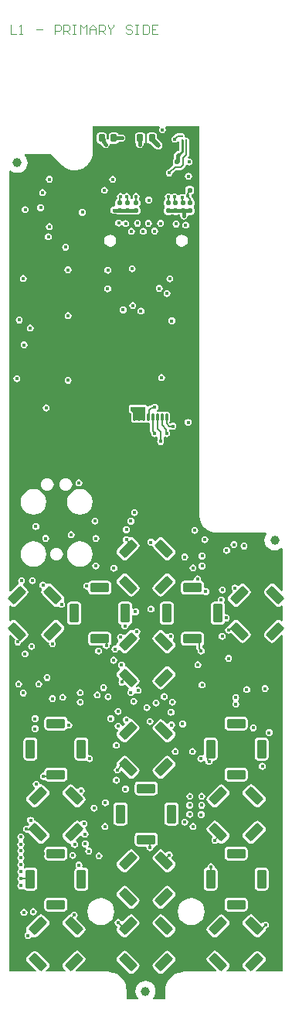
<source format=gtl>
G04*
G04 #@! TF.GenerationSoftware,Altium Limited,Altium Designer,20.2.6 (244)*
G04*
G04 Layer_Physical_Order=1*
G04 Layer_Color=5855741*
%FSLAX25Y25*%
%MOIN*%
G70*
G04*
G04 #@! TF.SameCoordinates,D103880D-7D63-4280-A8AA-78B1B6904BBD*
G04*
G04*
G04 #@! TF.FilePolarity,Positive*
G04*
G01*
G75*
%ADD11C,0.00394*%
%ADD12C,0.00787*%
G04:AMPARAMS|DCode=13|XSize=11.81mil|YSize=31.5mil|CornerRadius=1.48mil|HoleSize=0mil|Usage=FLASHONLY|Rotation=0.000|XOffset=0mil|YOffset=0mil|HoleType=Round|Shape=RoundedRectangle|*
%AMROUNDEDRECTD13*
21,1,0.01181,0.02854,0,0,0.0*
21,1,0.00886,0.03150,0,0,0.0*
1,1,0.00295,0.00443,-0.01427*
1,1,0.00295,-0.00443,-0.01427*
1,1,0.00295,-0.00443,0.01427*
1,1,0.00295,0.00443,0.01427*
%
%ADD13ROUNDEDRECTD13*%
G04:AMPARAMS|DCode=14|XSize=23.62mil|YSize=39.37mil|CornerRadius=2.95mil|HoleSize=0mil|Usage=FLASHONLY|Rotation=0.000|XOffset=0mil|YOffset=0mil|HoleType=Round|Shape=RoundedRectangle|*
%AMROUNDEDRECTD14*
21,1,0.02362,0.03347,0,0,0.0*
21,1,0.01772,0.03937,0,0,0.0*
1,1,0.00591,0.00886,-0.01673*
1,1,0.00591,-0.00886,-0.01673*
1,1,0.00591,-0.00886,0.01673*
1,1,0.00591,0.00886,0.01673*
%
%ADD14ROUNDEDRECTD14*%
%ADD15C,0.00984*%
G04:AMPARAMS|DCode=16|XSize=20.47mil|YSize=20.47mil|CornerRadius=4.1mil|HoleSize=0mil|Usage=FLASHONLY|Rotation=180.000|XOffset=0mil|YOffset=0mil|HoleType=Round|Shape=RoundedRectangle|*
%AMROUNDEDRECTD16*
21,1,0.02047,0.01228,0,0,180.0*
21,1,0.01228,0.02047,0,0,180.0*
1,1,0.00819,-0.00614,0.00614*
1,1,0.00819,0.00614,0.00614*
1,1,0.00819,0.00614,-0.00614*
1,1,0.00819,-0.00614,-0.00614*
%
%ADD16ROUNDEDRECTD16*%
G04:AMPARAMS|DCode=17|XSize=31.5mil|YSize=27.56mil|CornerRadius=3.45mil|HoleSize=0mil|Usage=FLASHONLY|Rotation=270.000|XOffset=0mil|YOffset=0mil|HoleType=Round|Shape=RoundedRectangle|*
%AMROUNDEDRECTD17*
21,1,0.03150,0.02067,0,0,270.0*
21,1,0.02461,0.02756,0,0,270.0*
1,1,0.00689,-0.01034,-0.01230*
1,1,0.00689,-0.01034,0.01230*
1,1,0.00689,0.01034,0.01230*
1,1,0.00689,0.01034,-0.01230*
%
%ADD17ROUNDEDRECTD17*%
G04:AMPARAMS|DCode=18|XSize=20.47mil|YSize=20.47mil|CornerRadius=4.1mil|HoleSize=0mil|Usage=FLASHONLY|Rotation=270.000|XOffset=0mil|YOffset=0mil|HoleType=Round|Shape=RoundedRectangle|*
%AMROUNDEDRECTD18*
21,1,0.02047,0.01228,0,0,270.0*
21,1,0.01228,0.02047,0,0,270.0*
1,1,0.00819,-0.00614,-0.00614*
1,1,0.00819,-0.00614,0.00614*
1,1,0.00819,0.00614,0.00614*
1,1,0.00819,0.00614,-0.00614*
%
%ADD18ROUNDEDRECTD18*%
%ADD33C,0.15748*%
G04:AMPARAMS|DCode=34|XSize=39.37mil|YSize=78.74mil|CornerRadius=4.92mil|HoleSize=0mil|Usage=FLASHONLY|Rotation=45.000|XOffset=0mil|YOffset=0mil|HoleType=Round|Shape=RoundedRectangle|*
%AMROUNDEDRECTD34*
21,1,0.03937,0.06890,0,0,45.0*
21,1,0.02953,0.07874,0,0,45.0*
1,1,0.00984,0.03480,-0.01392*
1,1,0.00984,0.01392,-0.03480*
1,1,0.00984,-0.03480,0.01392*
1,1,0.00984,-0.01392,0.03480*
%
%ADD34ROUNDEDRECTD34*%
G04:AMPARAMS|DCode=35|XSize=39.37mil|YSize=78.74mil|CornerRadius=4.92mil|HoleSize=0mil|Usage=FLASHONLY|Rotation=315.000|XOffset=0mil|YOffset=0mil|HoleType=Round|Shape=RoundedRectangle|*
%AMROUNDEDRECTD35*
21,1,0.03937,0.06890,0,0,315.0*
21,1,0.02953,0.07874,0,0,315.0*
1,1,0.00984,-0.01392,-0.03480*
1,1,0.00984,-0.03480,-0.01392*
1,1,0.00984,0.01392,0.03480*
1,1,0.00984,0.03480,0.01392*
%
%ADD35ROUNDEDRECTD35*%
%ADD36C,0.03937*%
G04:AMPARAMS|DCode=37|XSize=39.37mil|YSize=78.74mil|CornerRadius=4.92mil|HoleSize=0mil|Usage=FLASHONLY|Rotation=270.000|XOffset=0mil|YOffset=0mil|HoleType=Round|Shape=RoundedRectangle|*
%AMROUNDEDRECTD37*
21,1,0.03937,0.06890,0,0,270.0*
21,1,0.02953,0.07874,0,0,270.0*
1,1,0.00984,-0.03445,-0.01476*
1,1,0.00984,-0.03445,0.01476*
1,1,0.00984,0.03445,0.01476*
1,1,0.00984,0.03445,-0.01476*
%
%ADD37ROUNDEDRECTD37*%
G04:AMPARAMS|DCode=38|XSize=39.37mil|YSize=78.74mil|CornerRadius=4.92mil|HoleSize=0mil|Usage=FLASHONLY|Rotation=180.000|XOffset=0mil|YOffset=0mil|HoleType=Round|Shape=RoundedRectangle|*
%AMROUNDEDRECTD38*
21,1,0.03937,0.06890,0,0,180.0*
21,1,0.02953,0.07874,0,0,180.0*
1,1,0.00984,-0.01476,0.03445*
1,1,0.00984,0.01476,0.03445*
1,1,0.00984,0.01476,-0.03445*
1,1,0.00984,-0.01476,-0.03445*
%
%ADD38ROUNDEDRECTD38*%
%ADD39C,0.01575*%
%ADD40C,0.01181*%
%ADD41C,0.00984*%
%ADD42C,0.01968*%
%ADD43C,0.01772*%
G36*
X529946Y746002D02*
X530257Y745402D01*
X530101Y745169D01*
X529987Y744593D01*
X530101Y744017D01*
X530428Y743528D01*
X530916Y743202D01*
X531492Y743088D01*
X532068Y743202D01*
X532557Y743528D01*
X532883Y744017D01*
X532998Y744593D01*
X532883Y745169D01*
X532727Y745402D01*
X533038Y746002D01*
X547406Y746002D01*
Y720002D01*
X547405Y579002D01*
X547393Y578265D01*
X547583Y576803D01*
X548055Y575408D01*
X548791Y574131D01*
X549761Y573022D01*
X550929Y572123D01*
X552250Y571470D01*
X553673Y571087D01*
X554406Y571002D01*
X576172Y571002D01*
X576468Y570402D01*
X576134Y569968D01*
X575698Y568914D01*
X575549Y567784D01*
X575698Y566653D01*
X576134Y565600D01*
X576829Y564695D01*
X577733Y564001D01*
X578787Y563565D01*
X579917Y563416D01*
X581048Y563565D01*
X582101Y564001D01*
X582806Y564541D01*
X583406Y564278D01*
Y546024D01*
X582851Y545795D01*
X579904Y548741D01*
X579416Y549068D01*
X578840Y549182D01*
X578264Y549068D01*
X577776Y548741D01*
X575688Y546654D01*
X575361Y546165D01*
X575247Y545589D01*
X575361Y545013D01*
X575688Y544525D01*
X580559Y539653D01*
X581048Y539327D01*
X581624Y539212D01*
X582200Y539327D01*
X582688Y539653D01*
X582851Y539816D01*
X583406Y539586D01*
Y533218D01*
X582851Y532989D01*
X582688Y533152D01*
X582200Y533478D01*
X581624Y533593D01*
X581048Y533478D01*
X580559Y533152D01*
X575688Y528280D01*
X575361Y527792D01*
X575247Y527215D01*
X575361Y526639D01*
X575688Y526151D01*
X577776Y524063D01*
X578264Y523737D01*
X578840Y523622D01*
X579416Y523737D01*
X579904Y524063D01*
X582851Y527010D01*
X583406Y526780D01*
X583406Y382002D01*
X571996Y382002D01*
X571766Y382557D01*
X575645Y386435D01*
X575971Y386923D01*
X576086Y387499D01*
X575971Y388075D01*
X575645Y388564D01*
X573557Y390652D01*
X573068Y390978D01*
X572492Y391093D01*
X571916Y390978D01*
X571428Y390652D01*
X566556Y385780D01*
X566230Y385292D01*
X566115Y384716D01*
X566230Y384139D01*
X566556Y383651D01*
X567651Y382557D01*
X567421Y382002D01*
X559190Y382002D01*
X558960Y382557D01*
X560055Y383651D01*
X560381Y384139D01*
X560496Y384716D01*
X560381Y385292D01*
X560055Y385780D01*
X555183Y390652D01*
X554695Y390978D01*
X554119Y391093D01*
X553543Y390978D01*
X553054Y390652D01*
X550966Y388564D01*
X550640Y388075D01*
X550526Y387499D01*
X550640Y386923D01*
X550966Y386435D01*
X554845Y382557D01*
X554615Y382002D01*
X540816Y382002D01*
X540816Y382002D01*
X540036Y381964D01*
X538506Y381660D01*
X537065Y381063D01*
X535768Y380196D01*
X534665Y379093D01*
X533798Y377796D01*
X533201Y376354D01*
X532897Y374824D01*
X532858Y374044D01*
Y370002D01*
X527476D01*
X527368Y370318D01*
X527317Y370602D01*
X527980Y371466D01*
X528416Y372520D01*
X528565Y373650D01*
X528416Y374781D01*
X527980Y375834D01*
X527286Y376739D01*
X526381Y377433D01*
X525327Y377870D01*
X524197Y378018D01*
X523066Y377870D01*
X522013Y377433D01*
X521108Y376739D01*
X520414Y375834D01*
X519978Y374781D01*
X519829Y373650D01*
X519978Y372520D01*
X520414Y371466D01*
X521077Y370602D01*
X521026Y370318D01*
X520918Y370002D01*
X515929D01*
X515929Y374044D01*
X515929Y374044D01*
X515929Y374044D01*
X515891Y374824D01*
X515586Y376354D01*
X514989Y377796D01*
X514123Y379093D01*
X513020Y380196D01*
X511722Y381063D01*
X510281Y381660D01*
X508751Y381964D01*
X507971Y382002D01*
X494196Y382002D01*
X493966Y382557D01*
X497845Y386435D01*
X498171Y386923D01*
X498286Y387499D01*
X498171Y388075D01*
X497845Y388564D01*
X495757Y390652D01*
X495268Y390978D01*
X494692Y391093D01*
X494116Y390978D01*
X493628Y390652D01*
X488756Y385780D01*
X488430Y385292D01*
X488315Y384716D01*
X488430Y384139D01*
X488756Y383651D01*
X489851Y382557D01*
X489621Y382002D01*
X481390Y382002D01*
X481160Y382557D01*
X482255Y383651D01*
X482581Y384139D01*
X482696Y384716D01*
X482581Y385292D01*
X482255Y385780D01*
X477383Y390652D01*
X476895Y390978D01*
X476319Y391093D01*
X475743Y390978D01*
X475254Y390652D01*
X473166Y388564D01*
X472840Y388075D01*
X472725Y387499D01*
X472840Y386923D01*
X473166Y386435D01*
X477045Y382557D01*
X476815Y382002D01*
X465406Y382002D01*
Y526812D01*
X465960Y527041D01*
X467966Y525036D01*
X467688Y524620D01*
X467573Y524044D01*
X467688Y523468D01*
X468014Y522980D01*
X468503Y522653D01*
X469079Y522539D01*
X469655Y522653D01*
X470143Y522980D01*
X470470Y523468D01*
X470521Y523725D01*
X470579Y523737D01*
X471067Y524063D01*
X473155Y526151D01*
X473481Y526639D01*
X473596Y527215D01*
X473481Y527792D01*
X473155Y528280D01*
X468283Y533152D01*
X467795Y533478D01*
X467219Y533593D01*
X466643Y533478D01*
X466154Y533152D01*
X465960Y532957D01*
X465406Y533187D01*
Y539618D01*
X465960Y539847D01*
X466154Y539653D01*
X466643Y539327D01*
X467219Y539212D01*
X467795Y539327D01*
X468283Y539653D01*
X473155Y544525D01*
X473481Y545013D01*
X473596Y545589D01*
X473481Y546165D01*
X473155Y546654D01*
X471358Y548450D01*
X471336Y548550D01*
X471454Y549181D01*
X471718Y549358D01*
X472044Y549846D01*
X472159Y550422D01*
X472044Y550998D01*
X471718Y551486D01*
X471230Y551813D01*
X470654Y551927D01*
X470078Y551813D01*
X469589Y551486D01*
X469263Y550998D01*
X469148Y550422D01*
X469263Y549846D01*
X469380Y549670D01*
X469419Y549162D01*
X469212Y548924D01*
X468938Y548741D01*
X465960Y545763D01*
X465406Y545993D01*
Y726914D01*
X466006Y727177D01*
X466710Y726637D01*
X467763Y726200D01*
X468894Y726052D01*
X470024Y726200D01*
X471078Y726637D01*
X471982Y727331D01*
X472677Y728236D01*
X473113Y729289D01*
X473262Y730420D01*
X473113Y731550D01*
X472677Y732604D01*
X472064Y733402D01*
X472235Y734002D01*
X483506D01*
X487967Y729541D01*
X487967Y729541D01*
X488519Y729012D01*
X489764Y728129D01*
X491157Y727506D01*
X492646Y727167D01*
X494172Y727125D01*
X495677Y727381D01*
X497102Y727926D01*
X498394Y728739D01*
X499503Y729788D01*
X500386Y731034D01*
X501009Y732428D01*
X501347Y733916D01*
X501405Y734678D01*
X501406Y746002D01*
X529946Y746002D01*
D02*
G37*
%LPC*%
G36*
X511498Y743387D02*
X509431D01*
X508989Y743299D01*
X508615Y743049D01*
X508365Y742674D01*
X508277Y742233D01*
Y740757D01*
X507955Y740476D01*
X507677Y740414D01*
X507534Y740560D01*
Y742233D01*
X507446Y742674D01*
X507196Y743049D01*
X506822Y743299D01*
X506380Y743387D01*
X504313D01*
X503871Y743299D01*
X503497Y743049D01*
X503247Y742674D01*
X503159Y742233D01*
Y739772D01*
X503247Y739330D01*
X503497Y738956D01*
X503871Y738706D01*
X504313Y738618D01*
X504592D01*
X504802Y738304D01*
X505947Y737158D01*
X506468Y736810D01*
X507083Y736688D01*
X507697Y736810D01*
X508218Y737158D01*
X508566Y737679D01*
X508671Y738204D01*
X508757Y738340D01*
X509228Y738658D01*
X509431Y738618D01*
X511498D01*
X511940Y738706D01*
X512314Y738956D01*
X512564Y739330D01*
X512577Y739397D01*
X513906D01*
X514520Y739519D01*
X515041Y739867D01*
X515389Y740388D01*
X515511Y741002D01*
X515389Y741617D01*
X515041Y742138D01*
X514520Y742486D01*
X513906Y742608D01*
X512577D01*
X512564Y742674D01*
X512314Y743049D01*
X511940Y743299D01*
X511498Y743387D01*
D02*
G37*
G36*
X522880D02*
X520813D01*
X520371Y743299D01*
X519997Y743049D01*
X519747Y742674D01*
X519659Y742233D01*
Y739772D01*
X519747Y739330D01*
X519997Y738956D01*
X520082Y738899D01*
Y738483D01*
X520044Y738294D01*
X520166Y737679D01*
X520514Y737158D01*
X521035Y736810D01*
X521650Y736688D01*
X522264Y736810D01*
X522785Y737158D01*
X522823Y737196D01*
X523171Y737717D01*
X523293Y738331D01*
X523322Y738706D01*
X523696Y738956D01*
X523946Y739330D01*
X524034Y739772D01*
Y742233D01*
X523946Y742674D01*
X523696Y743049D01*
X523322Y743299D01*
X522880Y743387D01*
D02*
G37*
G36*
X527998D02*
X525931D01*
X525490Y743299D01*
X525115Y743049D01*
X524865Y742674D01*
X524777Y742233D01*
Y739772D01*
X524865Y739330D01*
X525115Y738956D01*
X525490Y738706D01*
X525931Y738618D01*
X526401D01*
X528396Y736623D01*
X528396Y736623D01*
X528982Y736231D01*
X529673Y736094D01*
X530365Y736231D01*
X530950Y736623D01*
X531342Y737209D01*
X531480Y737900D01*
X531342Y738591D01*
X530950Y739177D01*
X529152Y740976D01*
Y742233D01*
X529064Y742674D01*
X528814Y743049D01*
X528440Y743299D01*
X527998Y743387D01*
D02*
G37*
G36*
X539921Y743291D02*
X539422Y743192D01*
X539421Y743191D01*
X538202D01*
X537742Y743099D01*
X537351Y742838D01*
X536548Y742036D01*
X536219Y741970D01*
X535731Y741644D01*
X535405Y741155D01*
X535290Y740580D01*
X535405Y740003D01*
X535731Y739515D01*
X536219Y739189D01*
X536795Y739074D01*
X537371Y739189D01*
X537860Y739515D01*
X538017Y739750D01*
X538617Y739568D01*
Y735860D01*
X538238Y735481D01*
X537873Y735409D01*
X537353Y735061D01*
X537138Y734740D01*
X536892Y734494D01*
X536544Y733973D01*
X536422Y733358D01*
X536422Y733358D01*
Y732362D01*
X536314Y732290D01*
X536050Y731894D01*
X535957Y731427D01*
Y730199D01*
X536050Y729732D01*
X536116Y729633D01*
X536057Y729340D01*
X534186Y727469D01*
X533857Y727403D01*
X533369Y727077D01*
X533042Y726589D01*
X532928Y726013D01*
X533042Y725436D01*
X533369Y724948D01*
X533857Y724622D01*
X534433Y724507D01*
X535009Y724622D01*
X535498Y724948D01*
X535824Y725436D01*
X535889Y725766D01*
X537408Y727284D01*
X539273D01*
X539273Y727284D01*
X539734Y727376D01*
X540124Y727637D01*
X541297Y728809D01*
X541297Y728809D01*
X541558Y729200D01*
X541563Y729226D01*
X542225Y729477D01*
X542420Y729346D01*
X542996Y729232D01*
X543572Y729346D01*
X544061Y729672D01*
X544387Y730161D01*
X544501Y730737D01*
X544387Y731313D01*
X544061Y731801D01*
X543572Y732128D01*
X542996Y732242D01*
X542781Y732199D01*
X542485Y732752D01*
X542741Y733008D01*
X542741Y733008D01*
X543002Y733399D01*
X543094Y733860D01*
Y739517D01*
X543095Y739519D01*
X543194Y740018D01*
X543095Y740517D01*
X542812Y740941D01*
X542389Y741223D01*
X541890Y741323D01*
X541652Y741275D01*
X541179Y741748D01*
X541226Y741987D01*
X541127Y742486D01*
X540844Y742909D01*
X540420Y743192D01*
X539921Y743291D01*
D02*
G37*
G36*
X542732Y726108D02*
X542156Y725993D01*
X541668Y725667D01*
X541341Y725179D01*
X541227Y724603D01*
X541341Y724026D01*
X541668Y723538D01*
X542156Y723212D01*
X542732Y723097D01*
X543308Y723212D01*
X543796Y723538D01*
X544123Y724026D01*
X544237Y724603D01*
X544123Y725179D01*
X543796Y725667D01*
X543308Y725993D01*
X542732Y726108D01*
D02*
G37*
G36*
X482673Y724838D02*
X482097Y724724D01*
X481609Y724397D01*
X481283Y723909D01*
X481168Y723333D01*
X481283Y722757D01*
X481609Y722269D01*
X482097Y721942D01*
X482673Y721828D01*
X483249Y721942D01*
X483738Y722269D01*
X484064Y722757D01*
X484179Y723333D01*
X484064Y723909D01*
X483738Y724397D01*
X483249Y724724D01*
X482673Y724838D01*
D02*
G37*
G36*
X510024Y724762D02*
X509448Y724647D01*
X508959Y724321D01*
X508633Y723833D01*
X508518Y723257D01*
X508633Y722681D01*
X508959Y722192D01*
X509448Y721866D01*
X510024Y721751D01*
X510600Y721866D01*
X511088Y722192D01*
X511414Y722681D01*
X511529Y723257D01*
X511414Y723833D01*
X511088Y724321D01*
X510600Y724647D01*
X510024Y724762D01*
D02*
G37*
G36*
X506480Y720038D02*
X505904Y719923D01*
X505416Y719597D01*
X505090Y719108D01*
X504975Y718532D01*
X505090Y717956D01*
X505416Y717468D01*
X505904Y717141D01*
X506480Y717027D01*
X507056Y717141D01*
X507545Y717468D01*
X507871Y717956D01*
X507986Y718532D01*
X507871Y719108D01*
X507545Y719597D01*
X507056Y719923D01*
X506480Y720038D01*
D02*
G37*
G36*
X543917Y720364D02*
X542689D01*
X542222Y720271D01*
X541826Y720007D01*
X541562Y719611D01*
X541469Y719144D01*
Y717959D01*
X541429Y717900D01*
X541337Y717439D01*
X541337Y717439D01*
Y717322D01*
X541321Y717311D01*
X541113Y716998D01*
X540521Y716773D01*
X539945Y716888D01*
X539369Y716773D01*
X538880Y716447D01*
X538802Y716330D01*
X538482Y716342D01*
X538141Y716420D01*
X537860Y716841D01*
X537371Y717167D01*
X536795Y717282D01*
X536219Y717167D01*
X535796Y716884D01*
X535576Y716820D01*
X535258D01*
X535039Y716884D01*
X534616Y717167D01*
X534039Y717282D01*
X533463Y717167D01*
X532975Y716841D01*
X532649Y716352D01*
X532534Y715776D01*
X532649Y715200D01*
X532835Y714921D01*
Y714758D01*
X532562Y714576D01*
X532298Y714180D01*
X532205Y713713D01*
Y712485D01*
X532298Y712018D01*
X532562Y711622D01*
Y711269D01*
X532298Y710873D01*
X532205Y710406D01*
Y709178D01*
X532298Y708711D01*
X532562Y708315D01*
X532958Y708050D01*
X533425Y707958D01*
X534654D01*
X535121Y708050D01*
X535381Y708225D01*
X535847D01*
X536108Y708050D01*
X536575Y707958D01*
X537803D01*
X538270Y708050D01*
X538531Y708225D01*
X538997D01*
X539127Y708138D01*
Y707509D01*
X539249Y706894D01*
X539597Y706373D01*
X540118Y706025D01*
X540732Y705903D01*
X541347Y706025D01*
X541868Y706373D01*
X542216Y706894D01*
X542327Y707455D01*
X542359Y707526D01*
X542874Y707958D01*
X544102D01*
X544569Y708050D01*
X544965Y708315D01*
X545230Y708711D01*
X545323Y709178D01*
Y710406D01*
X545230Y710873D01*
X544965Y711269D01*
Y711622D01*
X545230Y712018D01*
X545323Y712485D01*
Y713713D01*
X545230Y714180D01*
X544965Y714576D01*
X544581Y714833D01*
Y714989D01*
X544489Y715450D01*
X544228Y715840D01*
X544228Y715840D01*
X543957Y716112D01*
X543953Y716177D01*
X544045Y716721D01*
X544384Y716788D01*
X544780Y717053D01*
X545045Y717449D01*
X545138Y717916D01*
Y719144D01*
X545045Y719611D01*
X544780Y720007D01*
X544384Y720271D01*
X543917Y720364D01*
D02*
G37*
G36*
X479799Y719051D02*
X479223Y718936D01*
X478735Y718610D01*
X478408Y718122D01*
X478294Y717546D01*
X478408Y716970D01*
X478735Y716481D01*
X479223Y716155D01*
X479799Y716040D01*
X480375Y716155D01*
X480864Y716481D01*
X481190Y716970D01*
X481305Y717546D01*
X481190Y718122D01*
X480864Y718610D01*
X480375Y718936D01*
X479799Y719051D01*
D02*
G37*
G36*
X520075Y717358D02*
X519499Y717243D01*
X519010Y716917D01*
X518684Y716429D01*
X518570Y715853D01*
X518683Y715283D01*
X518683Y715274D01*
X518503Y714911D01*
X517830Y714772D01*
X517613Y714917D01*
X517580Y715349D01*
X517561Y715442D01*
X517643Y715853D01*
X517528Y716429D01*
X517202Y716917D01*
X516714Y717243D01*
X516138Y717358D01*
X515562Y717243D01*
X515073Y716917D01*
X515060Y716897D01*
X514460D01*
X514446Y716917D01*
X513958Y717243D01*
X513382Y717358D01*
X512806Y717243D01*
X512318Y716917D01*
X511991Y716429D01*
X511877Y715853D01*
X511958Y715442D01*
X511940Y715349D01*
X511907Y714917D01*
X511511Y714653D01*
X511247Y714257D01*
X511154Y713790D01*
Y712561D01*
X511235Y712153D01*
X511216Y712049D01*
X510887Y711553D01*
X510626D01*
X510012Y711431D01*
X509491Y711083D01*
X509143Y710562D01*
X509020Y709947D01*
X509143Y709333D01*
X509491Y708812D01*
X510012Y708464D01*
X510626Y708342D01*
X511586D01*
X511907Y708127D01*
X512374Y708034D01*
X513602D01*
X514069Y708127D01*
X514273Y708263D01*
X515247D01*
X515450Y708127D01*
X515917Y708034D01*
X517146D01*
X517613Y708127D01*
X517816Y708263D01*
X518790D01*
X518994Y708127D01*
X519461Y708034D01*
X520689D01*
X521156Y708127D01*
X521552Y708391D01*
X521816Y708787D01*
X521909Y709254D01*
Y710483D01*
X521816Y710950D01*
X521552Y711345D01*
Y711698D01*
X521816Y712094D01*
X521909Y712561D01*
Y713790D01*
X521816Y714257D01*
X521552Y714653D01*
X521279Y714835D01*
Y714998D01*
X521465Y715277D01*
X521580Y715853D01*
X521465Y716429D01*
X521139Y716917D01*
X520651Y717243D01*
X520075Y717358D01*
D02*
G37*
G36*
X525587Y715783D02*
X525011Y715669D01*
X524522Y715342D01*
X524196Y714854D01*
X524081Y714278D01*
X524196Y713702D01*
X524522Y713213D01*
X525011Y712887D01*
X525587Y712773D01*
X526163Y712887D01*
X526651Y713213D01*
X526977Y713702D01*
X527092Y714278D01*
X526977Y714854D01*
X526651Y715342D01*
X526163Y715669D01*
X525587Y715783D01*
D02*
G37*
G36*
X478921Y712557D02*
X478345Y712443D01*
X477857Y712116D01*
X477531Y711628D01*
X477416Y711052D01*
X477531Y710476D01*
X477857Y709987D01*
X478345Y709661D01*
X478921Y709547D01*
X479497Y709661D01*
X479986Y709987D01*
X480312Y710476D01*
X480427Y711052D01*
X480312Y711628D01*
X479986Y712116D01*
X479497Y712443D01*
X478921Y712557D01*
D02*
G37*
G36*
X472251Y711750D02*
X471675Y711635D01*
X471187Y711309D01*
X470860Y710820D01*
X470746Y710244D01*
X470860Y709668D01*
X471187Y709180D01*
X471675Y708854D01*
X472251Y708739D01*
X472827Y708854D01*
X473315Y709180D01*
X473642Y709668D01*
X473756Y710244D01*
X473642Y710820D01*
X473315Y711309D01*
X472827Y711635D01*
X472251Y711750D01*
D02*
G37*
G36*
X496912Y710523D02*
X496336Y710409D01*
X495848Y710082D01*
X495521Y709594D01*
X495407Y709018D01*
X495521Y708442D01*
X495848Y707954D01*
X496336Y707627D01*
X496912Y707513D01*
X497488Y707627D01*
X497976Y707954D01*
X498303Y708442D01*
X498417Y709018D01*
X498303Y709594D01*
X497976Y710082D01*
X497488Y710409D01*
X496912Y710523D01*
D02*
G37*
G36*
X520703Y705839D02*
X520127Y705725D01*
X519639Y705398D01*
X519312Y704910D01*
X519198Y704334D01*
X519312Y703758D01*
X519639Y703270D01*
X520127Y702943D01*
X520703Y702829D01*
X521279Y702943D01*
X521768Y703270D01*
X522094Y703758D01*
X522208Y704334D01*
X522094Y704910D01*
X521768Y705398D01*
X521279Y705725D01*
X520703Y705839D01*
D02*
G37*
G36*
X530656Y705825D02*
X530080Y705711D01*
X529591Y705384D01*
X529265Y704896D01*
X529150Y704320D01*
X529265Y703744D01*
X529591Y703255D01*
X530080Y702929D01*
X530656Y702814D01*
X531232Y702929D01*
X531720Y703255D01*
X532046Y703744D01*
X532161Y704320D01*
X532046Y704896D01*
X531720Y705384D01*
X531232Y705711D01*
X530656Y705825D01*
D02*
G37*
G36*
X525445Y705799D02*
X524869Y705685D01*
X524381Y705359D01*
X524055Y704870D01*
X523940Y704294D01*
X524055Y703718D01*
X524381Y703230D01*
X524869Y702903D01*
X525445Y702789D01*
X526021Y702903D01*
X526510Y703230D01*
X526836Y703718D01*
X526951Y704294D01*
X526836Y704870D01*
X526510Y705359D01*
X526021Y705685D01*
X525445Y705799D01*
D02*
G37*
G36*
X512595Y705941D02*
X512018Y705826D01*
X511530Y705500D01*
X511204Y705011D01*
X511089Y704435D01*
X511204Y703859D01*
X511530Y703371D01*
X512018Y703045D01*
X512595Y702930D01*
X513171Y703045D01*
X513659Y703371D01*
X513692Y703421D01*
X513727Y703433D01*
X514386Y703379D01*
X514558Y703122D01*
X515046Y702796D01*
X515622Y702681D01*
X516198Y702796D01*
X516687Y703122D01*
X517013Y703611D01*
X517128Y704187D01*
X517013Y704763D01*
X516687Y705251D01*
X516198Y705578D01*
X515622Y705692D01*
X515046Y705578D01*
X514558Y705251D01*
X514525Y705202D01*
X514490Y705189D01*
X513831Y705243D01*
X513659Y705500D01*
X513171Y705826D01*
X512595Y705941D01*
D02*
G37*
G36*
X537398Y705547D02*
X536822Y705432D01*
X536333Y705106D01*
X536007Y704618D01*
X535892Y704042D01*
X536007Y703466D01*
X536333Y702977D01*
X536822Y702651D01*
X537398Y702536D01*
X537974Y702651D01*
X538462Y702977D01*
X538788Y703466D01*
X538903Y704042D01*
X538788Y704618D01*
X538462Y705106D01*
X537974Y705432D01*
X537398Y705547D01*
D02*
G37*
G36*
X541520Y705077D02*
X540944Y704962D01*
X540455Y704636D01*
X540129Y704148D01*
X540014Y703572D01*
X540129Y702995D01*
X540455Y702507D01*
X540944Y702181D01*
X541520Y702066D01*
X542096Y702181D01*
X542584Y702507D01*
X542910Y702995D01*
X543025Y703572D01*
X542910Y704148D01*
X542584Y704636D01*
X542096Y704962D01*
X541520Y705077D01*
D02*
G37*
G36*
X482673Y704366D02*
X482097Y704251D01*
X481609Y703925D01*
X481283Y703437D01*
X481168Y702861D01*
X481283Y702284D01*
X481609Y701796D01*
X482097Y701470D01*
X482673Y701355D01*
X483249Y701470D01*
X483738Y701796D01*
X484064Y702284D01*
X484179Y702861D01*
X484064Y703437D01*
X483738Y703925D01*
X483249Y704251D01*
X482673Y704366D01*
D02*
G37*
G36*
X528156Y702477D02*
X527579Y702362D01*
X527091Y702036D01*
X526765Y701547D01*
X526650Y700971D01*
X526765Y700395D01*
X527091Y699907D01*
X527579Y699581D01*
X528156Y699466D01*
X528732Y699581D01*
X529220Y699907D01*
X529546Y700395D01*
X529661Y700971D01*
X529546Y701547D01*
X529220Y702036D01*
X528732Y702362D01*
X528156Y702477D01*
D02*
G37*
G36*
X523224Y702397D02*
X522648Y702283D01*
X522160Y701957D01*
X521834Y701468D01*
X521719Y700892D01*
X521834Y700316D01*
X522160Y699828D01*
X522648Y699501D01*
X523224Y699387D01*
X523801Y699501D01*
X524289Y699828D01*
X524615Y700316D01*
X524730Y700892D01*
X524615Y701468D01*
X524289Y701957D01*
X523801Y702283D01*
X523224Y702397D01*
D02*
G37*
G36*
X518106D02*
X517530Y702283D01*
X517042Y701957D01*
X516716Y701468D01*
X516601Y700892D01*
X516716Y700316D01*
X517042Y699828D01*
X517530Y699501D01*
X518106Y699387D01*
X518682Y699501D01*
X519171Y699828D01*
X519497Y700316D01*
X519612Y700892D01*
X519497Y701468D01*
X519171Y701957D01*
X518682Y702283D01*
X518106Y702397D01*
D02*
G37*
G36*
X482280Y700035D02*
X481704Y699921D01*
X481215Y699594D01*
X480889Y699106D01*
X480774Y698530D01*
X480889Y697954D01*
X481215Y697466D01*
X481704Y697139D01*
X482280Y697025D01*
X482856Y697139D01*
X483344Y697466D01*
X483670Y697954D01*
X483785Y698530D01*
X483670Y699106D01*
X483344Y699594D01*
X482856Y699921D01*
X482280Y700035D01*
D02*
G37*
G36*
X539858Y699461D02*
X538868Y699264D01*
X538027Y698702D01*
X537466Y697862D01*
X537269Y696872D01*
X537466Y695881D01*
X538027Y695041D01*
X538868Y694480D01*
X539858Y694282D01*
X540849Y694480D01*
X541689Y695041D01*
X542250Y695881D01*
X542447Y696872D01*
X542250Y697862D01*
X541689Y698702D01*
X540849Y699264D01*
X539858Y699461D01*
D02*
G37*
G36*
X508953D02*
X507962Y699264D01*
X507122Y698702D01*
X506561Y697862D01*
X506364Y696872D01*
X506561Y695881D01*
X507122Y695041D01*
X507962Y694480D01*
X508953Y694282D01*
X509944Y694480D01*
X510784Y695041D01*
X511345Y695881D01*
X511542Y696872D01*
X511345Y697862D01*
X510784Y698702D01*
X509944Y699264D01*
X508953Y699461D01*
D02*
G37*
G36*
X489658Y695535D02*
X489082Y695421D01*
X488593Y695094D01*
X488267Y694606D01*
X488153Y694030D01*
X488267Y693454D01*
X488593Y692966D01*
X489082Y692639D01*
X489658Y692525D01*
X490234Y692639D01*
X490722Y692966D01*
X491049Y693454D01*
X491163Y694030D01*
X491049Y694606D01*
X490722Y695094D01*
X490234Y695421D01*
X489658Y695535D01*
D02*
G37*
G36*
X518500Y686256D02*
X517924Y686141D01*
X517436Y685815D01*
X517109Y685326D01*
X516995Y684750D01*
X517109Y684174D01*
X517436Y683686D01*
X517924Y683360D01*
X518500Y683245D01*
X519076Y683360D01*
X519564Y683686D01*
X519891Y684174D01*
X520005Y684750D01*
X519891Y685326D01*
X519564Y685815D01*
X519076Y686141D01*
X518500Y686256D01*
D02*
G37*
G36*
X490732Y685785D02*
X490156Y685671D01*
X489668Y685345D01*
X489342Y684856D01*
X489227Y684280D01*
X489342Y683704D01*
X489668Y683216D01*
X490156Y682890D01*
X490732Y682775D01*
X491308Y682890D01*
X491797Y683216D01*
X492123Y683704D01*
X492238Y684280D01*
X492123Y684856D01*
X491797Y685345D01*
X491308Y685671D01*
X490732Y685785D01*
D02*
G37*
G36*
X507934Y685630D02*
X507358Y685515D01*
X506870Y685189D01*
X506543Y684701D01*
X506429Y684125D01*
X506543Y683549D01*
X506870Y683060D01*
X507358Y682734D01*
X507934Y682619D01*
X508510Y682734D01*
X508998Y683060D01*
X509325Y683549D01*
X509439Y684125D01*
X509325Y684701D01*
X508998Y685189D01*
X508510Y685515D01*
X507934Y685630D01*
D02*
G37*
G36*
X471421Y682055D02*
X470845Y681940D01*
X470357Y681614D01*
X470031Y681125D01*
X469916Y680549D01*
X470031Y679973D01*
X470357Y679485D01*
X470845Y679159D01*
X471421Y679044D01*
X471997Y679159D01*
X472486Y679485D01*
X472812Y679973D01*
X472927Y680549D01*
X472812Y681125D01*
X472486Y681614D01*
X471997Y681940D01*
X471421Y682055D01*
D02*
G37*
G36*
X534642Y681925D02*
X534066Y681810D01*
X533577Y681484D01*
X533251Y680996D01*
X533137Y680420D01*
X533251Y679844D01*
X533577Y679355D01*
X534066Y679029D01*
X534642Y678914D01*
X535218Y679029D01*
X535706Y679355D01*
X536032Y679844D01*
X536147Y680420D01*
X536032Y680996D01*
X535706Y681484D01*
X535218Y681810D01*
X534642Y681925D01*
D02*
G37*
G36*
X530138Y677794D02*
X529562Y677679D01*
X529074Y677353D01*
X528748Y676864D01*
X528633Y676288D01*
X528748Y675712D01*
X529074Y675224D01*
X529562Y674898D01*
X530138Y674783D01*
X530715Y674898D01*
X531203Y675224D01*
X531529Y675712D01*
X531644Y676288D01*
X531529Y676864D01*
X531203Y677353D01*
X530715Y677679D01*
X530138Y677794D01*
D02*
G37*
G36*
X507870Y677594D02*
X507294Y677480D01*
X506806Y677153D01*
X506479Y676665D01*
X506365Y676089D01*
X506479Y675513D01*
X506806Y675025D01*
X507294Y674698D01*
X507870Y674584D01*
X508446Y674698D01*
X508934Y675025D01*
X509261Y675513D01*
X509375Y676089D01*
X509261Y676665D01*
X508934Y677153D01*
X508446Y677480D01*
X507870Y677594D01*
D02*
G37*
G36*
X533461Y675626D02*
X532885Y675511D01*
X532396Y675185D01*
X532070Y674696D01*
X531955Y674120D01*
X532070Y673544D01*
X532396Y673056D01*
X532885Y672730D01*
X533461Y672615D01*
X534037Y672730D01*
X534525Y673056D01*
X534851Y673544D01*
X534966Y674120D01*
X534851Y674696D01*
X534525Y675185D01*
X534037Y675511D01*
X533461Y675626D01*
D02*
G37*
G36*
X518685Y670431D02*
X518109Y670317D01*
X517621Y669990D01*
X517294Y669502D01*
X517180Y668926D01*
X517294Y668350D01*
X517621Y667862D01*
X518109Y667535D01*
X518685Y667421D01*
X519261Y667535D01*
X519749Y667862D01*
X520076Y668350D01*
X520190Y668926D01*
X520076Y669502D01*
X519749Y669990D01*
X519261Y670317D01*
X518685Y670431D01*
D02*
G37*
G36*
X514563Y668539D02*
X513987Y668425D01*
X513499Y668098D01*
X513172Y667610D01*
X513058Y667034D01*
X513172Y666458D01*
X513499Y665969D01*
X513987Y665643D01*
X514563Y665528D01*
X515139Y665643D01*
X515627Y665969D01*
X515954Y666458D01*
X516068Y667034D01*
X515954Y667610D01*
X515627Y668098D01*
X515139Y668425D01*
X514563Y668539D01*
D02*
G37*
G36*
X522228Y668069D02*
X521652Y667954D01*
X521164Y667628D01*
X520838Y667140D01*
X520723Y666564D01*
X520838Y665988D01*
X521164Y665499D01*
X521652Y665173D01*
X522228Y665058D01*
X522804Y665173D01*
X523293Y665499D01*
X523619Y665988D01*
X523734Y666564D01*
X523619Y667140D01*
X523293Y667628D01*
X522804Y667954D01*
X522228Y668069D01*
D02*
G37*
G36*
X490770Y666063D02*
X490194Y665948D01*
X489706Y665622D01*
X489379Y665134D01*
X489265Y664558D01*
X489379Y663981D01*
X489706Y663493D01*
X490194Y663167D01*
X490770Y663052D01*
X491346Y663167D01*
X491834Y663493D01*
X492161Y663981D01*
X492275Y664558D01*
X492161Y665134D01*
X491834Y665622D01*
X491346Y665948D01*
X490770Y666063D01*
D02*
G37*
G36*
X469681Y664208D02*
X469105Y664094D01*
X468617Y663767D01*
X468290Y663279D01*
X468176Y662703D01*
X468290Y662127D01*
X468617Y661639D01*
X469105Y661312D01*
X469681Y661198D01*
X470257Y661312D01*
X470746Y661639D01*
X471072Y662127D01*
X471186Y662703D01*
X471072Y663279D01*
X470746Y663767D01*
X470257Y664094D01*
X469681Y664208D01*
D02*
G37*
G36*
X535566Y663823D02*
X534990Y663708D01*
X534501Y663382D01*
X534175Y662894D01*
X534060Y662318D01*
X534175Y661742D01*
X534501Y661253D01*
X534990Y660927D01*
X535566Y660812D01*
X536142Y660927D01*
X536630Y661253D01*
X536956Y661742D01*
X537071Y662318D01*
X536956Y662894D01*
X536630Y663382D01*
X536142Y663708D01*
X535566Y663823D01*
D02*
G37*
G36*
X474421Y660681D02*
X473845Y660566D01*
X473357Y660240D01*
X473031Y659752D01*
X472916Y659175D01*
X473031Y658600D01*
X473357Y658111D01*
X473845Y657785D01*
X474421Y657670D01*
X474997Y657785D01*
X475486Y658111D01*
X475812Y658600D01*
X475927Y659175D01*
X475812Y659752D01*
X475486Y660240D01*
X474997Y660566D01*
X474421Y660681D01*
D02*
G37*
G36*
X471835Y653502D02*
X471259Y653387D01*
X470770Y653061D01*
X470444Y652573D01*
X470329Y651997D01*
X470444Y651421D01*
X470770Y650932D01*
X471259Y650606D01*
X471835Y650492D01*
X472411Y650606D01*
X472899Y650932D01*
X473225Y651421D01*
X473340Y651997D01*
X473225Y652573D01*
X472899Y653061D01*
X472411Y653387D01*
X471835Y653502D01*
D02*
G37*
G36*
X531099Y639405D02*
X530522Y639291D01*
X530034Y638964D01*
X529708Y638476D01*
X529593Y637900D01*
X529708Y637324D01*
X530034Y636835D01*
X530522Y636509D01*
X531099Y636395D01*
X531674Y636509D01*
X532163Y636835D01*
X532489Y637324D01*
X532604Y637900D01*
X532489Y638476D01*
X532163Y638964D01*
X531674Y639291D01*
X531099Y639405D01*
D02*
G37*
G36*
X468685Y638935D02*
X468109Y638821D01*
X467621Y638494D01*
X467294Y638006D01*
X467180Y637430D01*
X467294Y636854D01*
X467621Y636366D01*
X468109Y636039D01*
X468685Y635925D01*
X469261Y636039D01*
X469749Y636366D01*
X470076Y636854D01*
X470190Y637430D01*
X470076Y638006D01*
X469749Y638494D01*
X469261Y638821D01*
X468685Y638935D01*
D02*
G37*
G36*
X490833Y638185D02*
X490257Y638071D01*
X489768Y637745D01*
X489442Y637256D01*
X489327Y636680D01*
X489442Y636104D01*
X489768Y635616D01*
X490257Y635289D01*
X490833Y635175D01*
X491409Y635289D01*
X491897Y635616D01*
X492224Y636104D01*
X492338Y636680D01*
X492224Y637256D01*
X491897Y637745D01*
X491409Y638071D01*
X490833Y638185D01*
D02*
G37*
G36*
X528232Y626534D02*
X527656Y626419D01*
X527168Y626093D01*
X527162Y626084D01*
X526706D01*
X526706Y626084D01*
X526245Y625993D01*
X525855Y625732D01*
X525369Y625246D01*
X524775Y625501D01*
X524754Y625609D01*
X524579Y625869D01*
X524319Y626043D01*
X524012Y626104D01*
X517821D01*
X517673Y626075D01*
X517525Y626048D01*
X517520Y626044D01*
X517514Y626043D01*
X517389Y625959D01*
X517262Y625877D01*
X517258Y625872D01*
X517254Y625869D01*
X517170Y625744D01*
X517084Y625619D01*
X517083Y625614D01*
X517080Y625609D01*
X517050Y625460D01*
X517019Y625313D01*
X516995Y623656D01*
X516996Y623648D01*
X516995Y623640D01*
X517025Y623494D01*
X517052Y623348D01*
X517056Y623341D01*
X517058Y623333D01*
X517141Y623210D01*
X517222Y623085D01*
X517229Y623080D01*
X517233Y623074D01*
X517805Y622508D01*
X517869Y622466D01*
X517924Y622411D01*
X518054Y622324D01*
X518095Y622263D01*
X518088Y622229D01*
Y619374D01*
X518161Y619009D01*
X518367Y618700D01*
X518677Y618494D01*
X519041Y618421D01*
X519927D01*
X520292Y618494D01*
X520441Y618593D01*
X520496D01*
X520645Y618494D01*
X521010Y618421D01*
X521896D01*
X522261Y618494D01*
X522410Y618593D01*
X522465D01*
X522614Y618494D01*
X522978Y618421D01*
X523864D01*
X524229Y618494D01*
X524406Y618611D01*
X524582Y618494D01*
X524947Y618421D01*
X525833D01*
X526154Y618157D01*
Y614850D01*
X526154Y614850D01*
X526246Y614389D01*
X526507Y613998D01*
X526640Y613865D01*
X526629Y613808D01*
X526743Y613232D01*
X527070Y612743D01*
X527558Y612417D01*
X528134Y612302D01*
X528710Y612417D01*
X528900Y612544D01*
X529500Y612224D01*
Y611196D01*
X529314Y610917D01*
X529200Y610341D01*
X529314Y609765D01*
X529640Y609276D01*
X530129Y608950D01*
X530705Y608836D01*
X531281Y608950D01*
X531769Y609276D01*
X532095Y609765D01*
X532210Y610341D01*
X532095Y610917D01*
X531909Y611196D01*
Y612208D01*
X532509Y612529D01*
X532676Y612417D01*
X533252Y612302D01*
X533828Y612417D01*
X534316Y612743D01*
X534643Y613232D01*
X534757Y613808D01*
X534643Y614384D01*
X534406Y614738D01*
Y615432D01*
X534407Y615432D01*
X534670Y615753D01*
X535153D01*
X535432Y615567D01*
X536008Y615452D01*
X536584Y615567D01*
X537072Y615893D01*
X537399Y616381D01*
X537513Y616957D01*
X537399Y617533D01*
X537072Y618022D01*
X536584Y618348D01*
X536008Y618463D01*
X535432Y618348D01*
X535153Y618162D01*
X534823D01*
X534468Y618517D01*
Y618831D01*
X534587Y619009D01*
X534660Y619374D01*
Y622229D01*
X534587Y622593D01*
X534381Y622903D01*
X534072Y623109D01*
X533707Y623182D01*
X532821D01*
X532456Y623109D01*
X532280Y622992D01*
X532103Y623109D01*
X531738Y623182D01*
X530852D01*
X530488Y623109D01*
X530311Y622992D01*
X530135Y623109D01*
X529770Y623182D01*
X529207D01*
X529025Y623782D01*
X529297Y623964D01*
X529623Y624452D01*
X529738Y625028D01*
X529623Y625604D01*
X529297Y626093D01*
X528808Y626419D01*
X528232Y626534D01*
D02*
G37*
G36*
X481319Y626337D02*
X480743Y626222D01*
X480254Y625896D01*
X479928Y625408D01*
X479813Y624831D01*
X479928Y624255D01*
X480254Y623767D01*
X480743Y623441D01*
X481319Y623326D01*
X481895Y623441D01*
X482383Y623767D01*
X482709Y624255D01*
X482824Y624831D01*
X482709Y625408D01*
X482383Y625896D01*
X481895Y626222D01*
X481319Y626337D01*
D02*
G37*
G36*
X542594Y620114D02*
X542019Y619999D01*
X541530Y619673D01*
X541204Y619185D01*
X541089Y618609D01*
X541204Y618033D01*
X541530Y617544D01*
X542019Y617218D01*
X542594Y617103D01*
X543171Y617218D01*
X543659Y617544D01*
X543985Y618033D01*
X544100Y618609D01*
X543985Y619185D01*
X543659Y619673D01*
X543171Y619999D01*
X542594Y620114D01*
D02*
G37*
G36*
X495457Y594053D02*
X494881Y593939D01*
X494392Y593612D01*
X494066Y593124D01*
X493951Y592548D01*
X494066Y591972D01*
X494392Y591484D01*
X494881Y591157D01*
X495457Y591043D01*
X496033Y591157D01*
X496521Y591484D01*
X496847Y591972D01*
X496962Y592548D01*
X496847Y593124D01*
X496521Y593612D01*
X496033Y593939D01*
X495457Y594053D01*
D02*
G37*
G36*
X489823Y594638D02*
X489108Y594544D01*
X488442Y594268D01*
X487870Y593829D01*
X487431Y593257D01*
X487155Y592591D01*
X487061Y591876D01*
X487155Y591161D01*
X487431Y590495D01*
X487870Y589923D01*
X488442Y589485D01*
X489108Y589209D01*
X489823Y589115D01*
X490538Y589209D01*
X491204Y589485D01*
X491776Y589923D01*
X492215Y590495D01*
X492491Y591161D01*
X492585Y591876D01*
X492491Y592591D01*
X492215Y593257D01*
X491776Y593829D01*
X491204Y594268D01*
X490538Y594544D01*
X489823Y594638D01*
D02*
G37*
G36*
X481823D02*
X481108Y594544D01*
X480442Y594268D01*
X479870Y593829D01*
X479431Y593257D01*
X479155Y592591D01*
X479061Y591876D01*
X479155Y591161D01*
X479431Y590495D01*
X479870Y589923D01*
X480442Y589485D01*
X481108Y589209D01*
X481823Y589115D01*
X482538Y589209D01*
X483204Y589485D01*
X483776Y589923D01*
X484215Y590495D01*
X484491Y591161D01*
X484585Y591876D01*
X484491Y592591D01*
X484215Y593257D01*
X483776Y593829D01*
X483204Y594268D01*
X482538Y594544D01*
X481823Y594638D01*
D02*
G37*
G36*
X495823Y589886D02*
X494397Y589698D01*
X493068Y589148D01*
X491927Y588272D01*
X491051Y587131D01*
X490501Y585802D01*
X490313Y584376D01*
X490501Y582950D01*
X491051Y581622D01*
X491927Y580480D01*
X493068Y579605D01*
X494397Y579054D01*
X495823Y578867D01*
X497249Y579054D01*
X498578Y579605D01*
X499719Y580480D01*
X500594Y581622D01*
X501145Y582950D01*
X501333Y584376D01*
X501145Y585802D01*
X500594Y587131D01*
X499719Y588272D01*
X498578Y589148D01*
X497249Y589698D01*
X495823Y589886D01*
D02*
G37*
G36*
X475823D02*
X474397Y589698D01*
X473068Y589148D01*
X471927Y588272D01*
X471051Y587131D01*
X470501Y585802D01*
X470313Y584376D01*
X470501Y582950D01*
X471051Y581622D01*
X471927Y580480D01*
X473068Y579605D01*
X474397Y579054D01*
X475823Y578867D01*
X477249Y579054D01*
X478578Y579605D01*
X479719Y580480D01*
X480594Y581622D01*
X481145Y582950D01*
X481333Y584376D01*
X481145Y585802D01*
X480594Y587131D01*
X479719Y588272D01*
X478578Y589148D01*
X477249Y589698D01*
X475823Y589886D01*
D02*
G37*
G36*
X519473Y581258D02*
X518896Y581143D01*
X518408Y580817D01*
X518082Y580329D01*
X517967Y579753D01*
X518082Y579177D01*
X518408Y578688D01*
X518896Y578362D01*
X519473Y578247D01*
X520049Y578362D01*
X520537Y578688D01*
X520863Y579177D01*
X520978Y579753D01*
X520863Y580329D01*
X520537Y580817D01*
X520049Y581143D01*
X519473Y581258D01*
D02*
G37*
G36*
X502358Y577594D02*
X501782Y577480D01*
X501294Y577153D01*
X500968Y576665D01*
X500853Y576089D01*
X500968Y575513D01*
X501294Y575025D01*
X501782Y574698D01*
X502358Y574584D01*
X502934Y574698D01*
X503423Y575025D01*
X503749Y575513D01*
X503864Y576089D01*
X503749Y576665D01*
X503423Y577153D01*
X502934Y577480D01*
X502358Y577594D01*
D02*
G37*
G36*
X517898Y577518D02*
X517322Y577403D01*
X516833Y577077D01*
X516507Y576589D01*
X516392Y576013D01*
X516507Y575436D01*
X516833Y574948D01*
X517322Y574622D01*
X517898Y574507D01*
X518474Y574622D01*
X518962Y574948D01*
X519288Y575436D01*
X519403Y576013D01*
X519288Y576589D01*
X518962Y577077D01*
X518474Y577403D01*
X517898Y577518D01*
D02*
G37*
G36*
X476859Y575232D02*
X476283Y575117D01*
X475795Y574791D01*
X475468Y574303D01*
X475354Y573727D01*
X475468Y573151D01*
X475795Y572662D01*
X476283Y572336D01*
X476859Y572221D01*
X477435Y572336D01*
X477924Y572662D01*
X478250Y573151D01*
X478365Y573727D01*
X478250Y574303D01*
X477924Y574791D01*
X477435Y575117D01*
X476859Y575232D01*
D02*
G37*
G36*
X515929Y573876D02*
X515353Y573762D01*
X514865Y573435D01*
X514538Y572947D01*
X514424Y572371D01*
X514538Y571795D01*
X514865Y571306D01*
X515353Y570980D01*
X515929Y570865D01*
X516505Y570980D01*
X516994Y571306D01*
X517320Y571795D01*
X517435Y572371D01*
X517320Y572947D01*
X516994Y573435D01*
X516505Y573762D01*
X515929Y573876D01*
D02*
G37*
G36*
X545457Y573581D02*
X544881Y573466D01*
X544392Y573140D01*
X544066Y572652D01*
X543951Y572076D01*
X544066Y571499D01*
X544392Y571011D01*
X544881Y570685D01*
X545457Y570570D01*
X546033Y570685D01*
X546521Y571011D01*
X546847Y571499D01*
X546962Y572076D01*
X546847Y572652D01*
X546521Y573140D01*
X546033Y573466D01*
X545457Y573581D01*
D02*
G37*
G36*
X492122Y571689D02*
X491546Y571574D01*
X491058Y571248D01*
X490731Y570759D01*
X490617Y570183D01*
X490731Y569607D01*
X491058Y569119D01*
X491546Y568793D01*
X492122Y568678D01*
X492698Y568793D01*
X493187Y569119D01*
X493513Y569607D01*
X493627Y570183D01*
X493513Y570759D01*
X493187Y571248D01*
X492698Y571574D01*
X492122Y571689D01*
D02*
G37*
G36*
X530808Y569182D02*
X530232Y569068D01*
X529744Y568741D01*
X528518Y567516D01*
X527845Y567691D01*
X527624Y568022D01*
X527135Y568348D01*
X526559Y568463D01*
X525983Y568348D01*
X525495Y568022D01*
X525168Y567533D01*
X525054Y566957D01*
X525168Y566381D01*
X525495Y565893D01*
X525983Y565567D01*
X526559Y565452D01*
X527135Y565567D01*
X527325Y565039D01*
X527330Y565013D01*
X527656Y564525D01*
X532528Y559653D01*
X533016Y559327D01*
X533592Y559212D01*
X534168Y559327D01*
X534657Y559653D01*
X536745Y561741D01*
X537071Y562229D01*
X537186Y562805D01*
X537071Y563381D01*
X536745Y563870D01*
X531873Y568741D01*
X531385Y569068D01*
X530808Y569182D01*
D02*
G37*
G36*
X481087Y570136D02*
X480511Y570021D01*
X480022Y569695D01*
X479696Y569207D01*
X479581Y568631D01*
X479696Y568055D01*
X480022Y567566D01*
X480511Y567240D01*
X481087Y567125D01*
X481663Y567240D01*
X482151Y567566D01*
X482477Y568055D01*
X482592Y568631D01*
X482477Y569207D01*
X482151Y569695D01*
X481663Y570021D01*
X481087Y570136D01*
D02*
G37*
G36*
X502752Y570114D02*
X502176Y569999D01*
X501688Y569673D01*
X501361Y569185D01*
X501247Y568609D01*
X501361Y568033D01*
X501688Y567544D01*
X502176Y567218D01*
X502752Y567103D01*
X503328Y567218D01*
X503816Y567544D01*
X504143Y568033D01*
X504257Y568609D01*
X504143Y569185D01*
X503816Y569673D01*
X503328Y569999D01*
X502752Y570114D01*
D02*
G37*
G36*
X549787Y569644D02*
X549211Y569529D01*
X548723Y569203D01*
X548397Y568715D01*
X548282Y568139D01*
X548397Y567562D01*
X548723Y567074D01*
X549211Y566748D01*
X549787Y566633D01*
X550363Y566748D01*
X550852Y567074D01*
X551178Y567562D01*
X551293Y568139D01*
X551178Y568715D01*
X550852Y569203D01*
X550363Y569529D01*
X549787Y569644D01*
D02*
G37*
G36*
X562310Y567490D02*
X561733Y567376D01*
X561245Y567049D01*
X560919Y566561D01*
X560804Y565985D01*
X560919Y565409D01*
X561245Y564921D01*
X561733Y564594D01*
X562310Y564480D01*
X562886Y564594D01*
X563374Y564921D01*
X563700Y565409D01*
X563815Y565985D01*
X563700Y566561D01*
X563374Y567049D01*
X562886Y567376D01*
X562310Y567490D01*
D02*
G37*
G36*
X566717Y566888D02*
X566141Y566773D01*
X565652Y566447D01*
X565326Y565959D01*
X565211Y565383D01*
X565326Y564807D01*
X565652Y564318D01*
X566141Y563992D01*
X566717Y563877D01*
X567293Y563992D01*
X567781Y564318D01*
X568107Y564807D01*
X568222Y565383D01*
X568107Y565959D01*
X567781Y566447D01*
X567293Y566773D01*
X566717Y566888D01*
D02*
G37*
G36*
X559236Y564919D02*
X558660Y564805D01*
X558172Y564478D01*
X557846Y563990D01*
X557731Y563414D01*
X557846Y562838D01*
X558172Y562350D01*
X558660Y562023D01*
X559236Y561909D01*
X559812Y562023D01*
X560301Y562350D01*
X560627Y562838D01*
X560742Y563414D01*
X560627Y563990D01*
X560301Y564478D01*
X559812Y564805D01*
X559236Y564919D01*
D02*
G37*
G36*
X548606Y562557D02*
X548030Y562443D01*
X547542Y562116D01*
X547216Y561628D01*
X547101Y561052D01*
X547216Y560476D01*
X547542Y559987D01*
X548030Y559661D01*
X548606Y559547D01*
X549182Y559661D01*
X549671Y559987D01*
X549997Y560476D01*
X550112Y561052D01*
X549997Y561628D01*
X549671Y562116D01*
X549182Y562443D01*
X548606Y562557D01*
D02*
G37*
G36*
X515929Y569644D02*
X515353Y569529D01*
X514865Y569203D01*
X514538Y568715D01*
X514424Y568139D01*
X514538Y567562D01*
X514865Y567074D01*
X514901Y566704D01*
X512066Y563870D01*
X511740Y563381D01*
X511625Y562805D01*
X511740Y562229D01*
X512066Y561741D01*
X514154Y559653D01*
X514643Y559327D01*
X515219Y559212D01*
X515795Y559327D01*
X516283Y559653D01*
X521155Y564525D01*
X521481Y565013D01*
X521596Y565589D01*
X521481Y566165D01*
X521155Y566653D01*
X519067Y568741D01*
X518579Y569068D01*
X518003Y569182D01*
X517427Y569068D01*
X517190Y568910D01*
X516994Y569203D01*
X516505Y569529D01*
X515929Y569644D01*
D02*
G37*
G36*
X541126Y562163D02*
X540550Y562049D01*
X540062Y561723D01*
X539735Y561234D01*
X539621Y560658D01*
X539735Y560082D01*
X540062Y559594D01*
X540550Y559268D01*
X541126Y559153D01*
X541702Y559268D01*
X542190Y559594D01*
X542517Y560082D01*
X542631Y560658D01*
X542517Y561234D01*
X542190Y561723D01*
X541702Y562049D01*
X541126Y562163D01*
D02*
G37*
G36*
X485823Y564638D02*
X485108Y564544D01*
X484442Y564268D01*
X483870Y563829D01*
X483431Y563257D01*
X483155Y562591D01*
X483061Y561876D01*
X483155Y561162D01*
X483431Y560495D01*
X483870Y559923D01*
X484442Y559484D01*
X485108Y559209D01*
X485823Y559115D01*
X486538Y559209D01*
X487204Y559484D01*
X487776Y559923D01*
X488215Y560495D01*
X488491Y561162D01*
X488585Y561876D01*
X488491Y562591D01*
X488215Y563257D01*
X487776Y563829D01*
X487204Y564268D01*
X486538Y564544D01*
X485823Y564638D01*
D02*
G37*
G36*
X495823Y567386D02*
X494397Y567198D01*
X493068Y566648D01*
X491927Y565772D01*
X491051Y564631D01*
X490501Y563302D01*
X490313Y561876D01*
X490501Y560450D01*
X491051Y559122D01*
X491927Y557980D01*
X493068Y557105D01*
X494397Y556554D01*
X495823Y556367D01*
X497249Y556554D01*
X498578Y557105D01*
X499719Y557980D01*
X500594Y559122D01*
X501145Y560450D01*
X501333Y561876D01*
X501145Y563302D01*
X500594Y564631D01*
X499719Y565772D01*
X498578Y566648D01*
X497249Y567198D01*
X495823Y567386D01*
D02*
G37*
G36*
X475823D02*
X474397Y567198D01*
X473068Y566648D01*
X471927Y565772D01*
X471051Y564631D01*
X470501Y563302D01*
X470313Y561876D01*
X470501Y560450D01*
X471051Y559122D01*
X471927Y557980D01*
X473068Y557105D01*
X474397Y556554D01*
X475823Y556367D01*
X477249Y556554D01*
X478578Y557105D01*
X479719Y557980D01*
X480594Y559122D01*
X481145Y560450D01*
X481333Y561876D01*
X481145Y563302D01*
X480594Y564631D01*
X479719Y565772D01*
X478578Y566648D01*
X477249Y567198D01*
X475823Y567386D01*
D02*
G37*
G36*
X502740Y558325D02*
X502164Y558210D01*
X501676Y557884D01*
X501349Y557396D01*
X501235Y556820D01*
X501349Y556244D01*
X501676Y555755D01*
X502164Y555429D01*
X502740Y555314D01*
X503316Y555429D01*
X503805Y555755D01*
X504131Y556244D01*
X504246Y556820D01*
X504131Y557396D01*
X503805Y557884D01*
X503316Y558210D01*
X502740Y558325D01*
D02*
G37*
G36*
X548606Y558226D02*
X548030Y558112D01*
X547542Y557786D01*
X547216Y557297D01*
X547101Y556721D01*
X547216Y556145D01*
X547542Y555657D01*
X548030Y555331D01*
X548606Y555216D01*
X549182Y555331D01*
X549671Y555657D01*
X549997Y556145D01*
X550112Y556721D01*
X549997Y557297D01*
X549671Y557786D01*
X549182Y558112D01*
X548606Y558226D01*
D02*
G37*
G36*
X544669Y557439D02*
X544093Y557325D01*
X543605Y556998D01*
X543279Y556510D01*
X543164Y555934D01*
X543279Y555358D01*
X543605Y554869D01*
X544093Y554543D01*
X544669Y554428D01*
X545245Y554543D01*
X545734Y554869D01*
X546060Y555358D01*
X546175Y555934D01*
X546060Y556510D01*
X545734Y556998D01*
X545245Y557325D01*
X544669Y557439D01*
D02*
G37*
G36*
X510516Y557242D02*
X509940Y557128D01*
X509451Y556801D01*
X509125Y556313D01*
X509011Y555737D01*
X509125Y555161D01*
X509451Y554672D01*
X509940Y554346D01*
X510516Y554232D01*
X511092Y554346D01*
X511580Y554672D01*
X511906Y555161D01*
X512021Y555737D01*
X511906Y556313D01*
X511580Y556801D01*
X511092Y557128D01*
X510516Y557242D01*
D02*
G37*
G36*
X507850Y550408D02*
X500961D01*
X500385Y550293D01*
X499896Y549967D01*
X499870Y549928D01*
X499391Y549527D01*
X498815Y549641D01*
X498239Y549527D01*
X497751Y549201D01*
X497424Y548712D01*
X497310Y548136D01*
X497424Y547560D01*
X497751Y547072D01*
X498239Y546745D01*
X498815Y546631D01*
X498855Y546639D01*
X499455Y546146D01*
Y545950D01*
X499570Y545373D01*
X499896Y544885D01*
X500385Y544559D01*
X500961Y544444D01*
X507850D01*
X508427Y544559D01*
X508915Y544885D01*
X509241Y545373D01*
X509356Y545950D01*
Y548902D01*
X509241Y549478D01*
X508915Y549967D01*
X508427Y550293D01*
X507850Y550408D01*
D02*
G37*
G36*
X475378Y551927D02*
X474802Y551813D01*
X474314Y551486D01*
X473987Y550998D01*
X473873Y550422D01*
X473987Y549846D01*
X474314Y549358D01*
X474802Y549031D01*
X475378Y548917D01*
X475954Y549031D01*
X476442Y549358D01*
X476769Y549846D01*
X476883Y550422D01*
X476769Y550998D01*
X476442Y551486D01*
X475954Y551813D01*
X475378Y551927D01*
D02*
G37*
G36*
X566034Y549182D02*
X565458Y549068D01*
X564970Y548741D01*
X564467Y548239D01*
X563870Y548298D01*
X563844Y548337D01*
X563356Y548663D01*
X562780Y548778D01*
X562204Y548663D01*
X561715Y548337D01*
X561389Y547848D01*
X561274Y547272D01*
X561389Y546696D01*
X561715Y546208D01*
X561754Y546182D01*
X561813Y545585D01*
X560098Y543870D01*
X559772Y543381D01*
X559657Y542805D01*
X559772Y542229D01*
X560098Y541741D01*
X562186Y539653D01*
X562674Y539327D01*
X563250Y539212D01*
X563826Y539327D01*
X564315Y539653D01*
X569186Y544525D01*
X569513Y545013D01*
X569627Y545589D01*
X569513Y546165D01*
X569186Y546654D01*
X567099Y548741D01*
X566610Y549068D01*
X566034Y549182D01*
D02*
G37*
G36*
X557327Y547990D02*
X556751Y547876D01*
X556263Y547549D01*
X555936Y547061D01*
X555822Y546485D01*
X555936Y545909D01*
X556263Y545421D01*
X556751Y545094D01*
X557327Y544980D01*
X557903Y545094D01*
X558392Y545421D01*
X558718Y545909D01*
X558832Y546485D01*
X558718Y547061D01*
X558392Y547549D01*
X557903Y547876D01*
X557327Y547990D01*
D02*
G37*
G36*
X546638Y552715D02*
X546062Y552600D01*
X545573Y552274D01*
X545247Y551785D01*
X545132Y551209D01*
X545173Y551008D01*
X544731Y550408D01*
X540961D01*
X540385Y550293D01*
X539896Y549967D01*
X539570Y549478D01*
X539455Y548902D01*
Y545950D01*
X539570Y545373D01*
X539896Y544885D01*
X540385Y544559D01*
X540961Y544444D01*
X547850D01*
X548426Y544559D01*
X548439Y544567D01*
X549117Y544633D01*
X549326Y544493D01*
X549605Y544307D01*
X550181Y544192D01*
X550757Y544307D01*
X551245Y544633D01*
X551572Y545121D01*
X551686Y545698D01*
X551572Y546274D01*
X551245Y546762D01*
X550757Y547088D01*
X550181Y547203D01*
X549956Y547158D01*
X549356Y547588D01*
Y548902D01*
X549241Y549478D01*
X548915Y549967D01*
X548493Y550248D01*
X548418Y550311D01*
X548096Y550971D01*
X548143Y551209D01*
X548029Y551785D01*
X547702Y552274D01*
X547214Y552600D01*
X546638Y552715D01*
D02*
G37*
G36*
X533592Y553593D02*
X533016Y553478D01*
X532528Y553152D01*
X527656Y548280D01*
X527330Y547791D01*
X527215Y547216D01*
X527330Y546639D01*
X527656Y546151D01*
X529744Y544063D01*
X530232Y543737D01*
X530808Y543622D01*
X531385Y543737D01*
X531873Y544063D01*
X536745Y548935D01*
X537071Y549423D01*
X537186Y549999D01*
X537071Y550575D01*
X536745Y551064D01*
X534657Y553152D01*
X534168Y553478D01*
X533592Y553593D01*
D02*
G37*
G36*
X515219D02*
X514643Y553478D01*
X514154Y553152D01*
X512066Y551064D01*
X511740Y550575D01*
X511625Y549999D01*
X511740Y549423D01*
X512066Y548935D01*
X516938Y544063D01*
X517427Y543737D01*
X518003Y543622D01*
X518579Y543737D01*
X519067Y544063D01*
X521155Y546151D01*
X521481Y546639D01*
X521596Y547216D01*
X521481Y547791D01*
X521155Y548280D01*
X516283Y553152D01*
X515795Y553478D01*
X515219Y553593D01*
D02*
G37*
G36*
X479917Y550035D02*
X479341Y549921D01*
X478853Y549594D01*
X478527Y549106D01*
X478412Y548530D01*
X478527Y547954D01*
X478853Y547466D01*
X479313Y547158D01*
X479356Y547116D01*
X479395Y547056D01*
X479545Y546487D01*
X479330Y546165D01*
X479215Y545589D01*
X479330Y545013D01*
X479656Y544525D01*
X484528Y539653D01*
X485016Y539327D01*
X485592Y539212D01*
X486168Y539327D01*
X486588Y539607D01*
X486912Y539121D01*
X487400Y538795D01*
X487976Y538681D01*
X488553Y538795D01*
X489041Y539121D01*
X489367Y539610D01*
X489482Y540186D01*
X489367Y540762D01*
X489041Y541250D01*
X489024Y541261D01*
X488943Y542037D01*
X489071Y542229D01*
X489186Y542805D01*
X489071Y543381D01*
X488745Y543870D01*
X483873Y548741D01*
X483385Y549068D01*
X482808Y549182D01*
X482232Y549068D01*
X481963Y548888D01*
X481339Y549082D01*
X481289Y549135D01*
X480982Y549594D01*
X480493Y549921D01*
X479917Y550035D01*
D02*
G37*
G36*
X526559Y539722D02*
X525983Y539608D01*
X525495Y539282D01*
X525168Y538793D01*
X525054Y538217D01*
X525168Y537641D01*
X525495Y537153D01*
X525983Y536827D01*
X526559Y536712D01*
X527135Y536827D01*
X527624Y537153D01*
X527950Y537641D01*
X528064Y538217D01*
X527950Y538793D01*
X527624Y539282D01*
X527135Y539608D01*
X526559Y539722D01*
D02*
G37*
G36*
X516905Y541353D02*
X513953D01*
X513377Y541238D01*
X512888Y540912D01*
X512562Y540423D01*
X512448Y539847D01*
Y532957D01*
X512562Y532381D01*
X512888Y531893D01*
X513377Y531567D01*
X513858Y531471D01*
X513747Y530912D01*
X513861Y530336D01*
X514188Y529847D01*
X514676Y529521D01*
X515252Y529406D01*
X515828Y529521D01*
X516316Y529847D01*
X516643Y530336D01*
X516757Y530912D01*
X516756Y530917D01*
X517248Y531520D01*
X517482Y531567D01*
X517970Y531893D01*
X518296Y532381D01*
X518411Y532957D01*
Y535559D01*
X519011Y535832D01*
X519290Y535645D01*
X519866Y535531D01*
X520442Y535645D01*
X520931Y535972D01*
X521257Y536460D01*
X521372Y537036D01*
X521257Y537612D01*
X520931Y538101D01*
X520442Y538427D01*
X519866Y538541D01*
X519290Y538427D01*
X519011Y538240D01*
X518411Y538513D01*
Y539847D01*
X518296Y540423D01*
X517970Y540912D01*
X517482Y541238D01*
X516905Y541353D01*
D02*
G37*
G36*
X556874Y543660D02*
X556298Y543545D01*
X555810Y543219D01*
X555483Y542730D01*
X555369Y542154D01*
X555409Y541953D01*
X554967Y541353D01*
X553953D01*
X553377Y541238D01*
X552888Y540912D01*
X552562Y540423D01*
X552448Y539847D01*
Y532957D01*
X552562Y532381D01*
X552888Y531893D01*
X553377Y531567D01*
X553953Y531452D01*
X556906D01*
X557482Y531567D01*
X557970Y531893D01*
X558296Y532381D01*
X558307Y532434D01*
X558469Y532948D01*
X558973Y532867D01*
X559051Y532851D01*
X559627Y532966D01*
X560116Y533292D01*
X560442Y533781D01*
X560557Y534357D01*
X560442Y534933D01*
X560116Y535421D01*
X559627Y535747D01*
X559051Y535862D01*
X559011Y535854D01*
X558411Y536346D01*
Y539847D01*
X558296Y540423D01*
X558211Y540551D01*
X557996Y540976D01*
X558199Y541480D01*
X558265Y541578D01*
X558379Y542154D01*
X558265Y542730D01*
X557938Y543219D01*
X557450Y543545D01*
X556874Y543660D01*
D02*
G37*
G36*
X534858Y541353D02*
X531906D01*
X531329Y541238D01*
X530841Y540912D01*
X530515Y540423D01*
X530400Y539847D01*
Y532957D01*
X530515Y532381D01*
X530841Y531893D01*
X531329Y531567D01*
X531906Y531452D01*
X534858D01*
X535434Y531567D01*
X535923Y531893D01*
X536249Y532381D01*
X536364Y532957D01*
Y539847D01*
X536249Y540423D01*
X535923Y540912D01*
X535434Y541238D01*
X534858Y541353D01*
D02*
G37*
G36*
X494858D02*
X491905D01*
X491329Y541238D01*
X490841Y540912D01*
X490515Y540423D01*
X490400Y539847D01*
Y532957D01*
X490515Y532381D01*
X490841Y531893D01*
X491329Y531567D01*
X491905Y531452D01*
X494858D01*
X495434Y531567D01*
X495923Y531893D01*
X496249Y532381D01*
X496364Y532957D01*
Y539847D01*
X496249Y540423D01*
X495923Y540912D01*
X495434Y541238D01*
X494858Y541353D01*
D02*
G37*
G36*
X520469Y529956D02*
X519893Y529842D01*
X519404Y529516D01*
X519276Y529323D01*
X518600Y529075D01*
X518478Y529088D01*
X518003Y529182D01*
X517427Y529068D01*
X516938Y528741D01*
X515241Y527044D01*
X514468Y527120D01*
X514446Y527153D01*
X513958Y527480D01*
X513382Y527594D01*
X512806Y527480D01*
X512318Y527153D01*
X511991Y526665D01*
X511877Y526089D01*
X511991Y525513D01*
X512318Y525025D01*
X512351Y525002D01*
X512427Y524230D01*
X512066Y523870D01*
X511740Y523381D01*
X511625Y522805D01*
X511082Y522464D01*
X511020Y522476D01*
X510444Y522362D01*
X509955Y522035D01*
X509629Y521547D01*
X509514Y520971D01*
X509629Y520395D01*
X509955Y519906D01*
X510444Y519580D01*
X511020Y519465D01*
X511596Y519580D01*
X512084Y519906D01*
X512410Y520395D01*
X512436Y520523D01*
X513087Y520720D01*
X514154Y519653D01*
X514643Y519327D01*
X515219Y519212D01*
X515795Y519327D01*
X516283Y519653D01*
X521155Y524525D01*
X521481Y525013D01*
X521596Y525589D01*
X521481Y526165D01*
X521241Y526525D01*
X521174Y526708D01*
X521376Y527282D01*
X521533Y527387D01*
X521859Y527875D01*
X521974Y528451D01*
X521859Y529027D01*
X521533Y529516D01*
X521045Y529842D01*
X520469Y529956D01*
D02*
G37*
G36*
X557268Y527912D02*
X556692Y527797D01*
X556203Y527471D01*
X555877Y526982D01*
X555762Y526406D01*
X555877Y525830D01*
X556203Y525342D01*
X556692Y525015D01*
X557268Y524901D01*
X557844Y525015D01*
X558332Y525342D01*
X558659Y525830D01*
X558773Y526406D01*
X558659Y526982D01*
X558332Y527471D01*
X557844Y527797D01*
X557268Y527912D01*
D02*
G37*
G36*
X563250Y533593D02*
X562674Y533478D01*
X562186Y533152D01*
X560098Y531064D01*
X559804Y530624D01*
X559448Y530553D01*
X558959Y530227D01*
X558633Y529738D01*
X558518Y529162D01*
X558633Y528586D01*
X558959Y528098D01*
X559448Y527771D01*
X560024Y527657D01*
X560600Y527771D01*
X560996Y528036D01*
X564970Y524063D01*
X565458Y523737D01*
X566034Y523622D01*
X566610Y523737D01*
X567099Y524063D01*
X569186Y526151D01*
X569513Y526639D01*
X569627Y527215D01*
X569513Y527792D01*
X569186Y528280D01*
X564315Y533152D01*
X563826Y533478D01*
X563250Y533593D01*
D02*
G37*
G36*
X485592D02*
X485016Y533478D01*
X484528Y533152D01*
X479656Y528280D01*
X479330Y527792D01*
X479215Y527215D01*
X479330Y526639D01*
X479656Y526151D01*
X481744Y524063D01*
X482232Y523737D01*
X482615Y523661D01*
X482534Y523257D01*
X482649Y522681D01*
X482975Y522192D01*
X483463Y521866D01*
X484039Y521751D01*
X484616Y521866D01*
X485104Y522192D01*
X485430Y522681D01*
X485545Y523257D01*
X485430Y523833D01*
X485104Y524321D01*
X485029Y524371D01*
X484953Y525143D01*
X488745Y528935D01*
X489071Y529423D01*
X489186Y529999D01*
X489071Y530575D01*
X488745Y531064D01*
X486657Y533152D01*
X486168Y533478D01*
X485592Y533593D01*
D02*
G37*
G36*
X507850Y528360D02*
X500961D01*
X500385Y528246D01*
X499896Y527919D01*
X499570Y527431D01*
X499455Y526855D01*
Y523902D01*
X499570Y523326D01*
X499896Y522838D01*
X500385Y522512D01*
X500961Y522397D01*
X505777D01*
X505877Y521893D01*
X506203Y521405D01*
X506692Y521078D01*
X507268Y520964D01*
X507844Y521078D01*
X508332Y521405D01*
X508659Y521893D01*
X508773Y522469D01*
X508725Y522711D01*
X508915Y522838D01*
X509241Y523326D01*
X509356Y523902D01*
Y526855D01*
X509241Y527431D01*
X508915Y527919D01*
X508427Y528246D01*
X507850Y528360D01*
D02*
G37*
G36*
X474984Y523581D02*
X474408Y523466D01*
X473920Y523140D01*
X473594Y522652D01*
X473479Y522076D01*
X473594Y521499D01*
X473920Y521011D01*
X474408Y520685D01*
X474984Y520570D01*
X475560Y520685D01*
X476049Y521011D01*
X476375Y521499D01*
X476490Y522076D01*
X476375Y522652D01*
X476049Y523140D01*
X475560Y523466D01*
X474984Y523581D01*
D02*
G37*
G36*
X530808Y529182D02*
X530232Y529068D01*
X529744Y528741D01*
X527656Y526653D01*
X527330Y526165D01*
X527215Y525589D01*
X527330Y525013D01*
X527656Y524525D01*
X532528Y519653D01*
X533016Y519327D01*
X533592Y519212D01*
X534168Y519327D01*
X534657Y519653D01*
X536745Y521741D01*
X537071Y522229D01*
X537186Y522805D01*
X537071Y523381D01*
X536745Y523870D01*
X535991Y524624D01*
X536067Y525396D01*
X536100Y525418D01*
X536426Y525907D01*
X536541Y526483D01*
X536426Y527059D01*
X536100Y527547D01*
X535611Y527873D01*
X535036Y527988D01*
X534459Y527873D01*
X533971Y527547D01*
X533949Y527514D01*
X533177Y527438D01*
X531873Y528741D01*
X531385Y529068D01*
X530808Y529182D01*
D02*
G37*
G36*
X547850Y528360D02*
X540961D01*
X540385Y528246D01*
X539896Y527919D01*
X539570Y527431D01*
X539455Y526855D01*
Y523902D01*
X539570Y523326D01*
X539896Y522838D01*
X540385Y522512D01*
X540961Y522397D01*
X546221D01*
Y521161D01*
X546221Y521161D01*
X546313Y520700D01*
X546574Y520309D01*
X546719Y520164D01*
X546707Y520107D01*
X546822Y519531D01*
X547148Y519043D01*
X547637Y518716D01*
X548213Y518602D01*
X548789Y518716D01*
X549277Y519043D01*
X549603Y519531D01*
X549718Y520107D01*
X549603Y520683D01*
X549277Y521171D01*
X548797Y521492D01*
X548630Y521660D01*
Y522647D01*
X548915Y522838D01*
X549241Y523326D01*
X549356Y523902D01*
Y526855D01*
X549241Y527431D01*
X548915Y527919D01*
X548426Y528246D01*
X547850Y528360D01*
D02*
G37*
G36*
X503931Y521612D02*
X503355Y521498D01*
X502866Y521171D01*
X502540Y520683D01*
X502425Y520107D01*
X502540Y519531D01*
X502866Y519043D01*
X503355Y518716D01*
X503931Y518602D01*
X504507Y518716D01*
X504995Y519043D01*
X505321Y519531D01*
X505436Y520107D01*
X505321Y520683D01*
X504995Y521171D01*
X504507Y521498D01*
X503931Y521612D01*
D02*
G37*
G36*
X472228Y520431D02*
X471652Y520317D01*
X471164Y519990D01*
X470838Y519502D01*
X470723Y518926D01*
X470838Y518350D01*
X471164Y517862D01*
X471652Y517535D01*
X472228Y517421D01*
X472804Y517535D01*
X473293Y517862D01*
X473619Y518350D01*
X473734Y518926D01*
X473619Y519502D01*
X473293Y519990D01*
X472804Y520317D01*
X472228Y520431D01*
D02*
G37*
G36*
X560024Y518463D02*
X559448Y518348D01*
X558959Y518022D01*
X558633Y517533D01*
X558518Y516957D01*
X558633Y516381D01*
X558959Y515893D01*
X559448Y515567D01*
X560024Y515452D01*
X560600Y515567D01*
X561088Y515893D01*
X561414Y516381D01*
X561529Y516957D01*
X561414Y517533D01*
X561088Y518022D01*
X560600Y518348D01*
X560024Y518463D01*
D02*
G37*
G36*
X510417Y517675D02*
X509841Y517561D01*
X509353Y517234D01*
X509027Y516746D01*
X508912Y516170D01*
X509027Y515594D01*
X509353Y515106D01*
X509841Y514779D01*
X510417Y514665D01*
X510993Y514779D01*
X511482Y515106D01*
X511808Y515594D01*
X511923Y516170D01*
X511808Y516746D01*
X511482Y517234D01*
X510993Y517561D01*
X510417Y517675D01*
D02*
G37*
G36*
X546770Y515707D02*
X546194Y515592D01*
X545706Y515266D01*
X545379Y514778D01*
X545265Y514201D01*
X545379Y513625D01*
X545706Y513137D01*
X546194Y512811D01*
X546770Y512696D01*
X547346Y512811D01*
X547834Y513137D01*
X548161Y513625D01*
X548275Y514201D01*
X548161Y514778D01*
X547834Y515266D01*
X547346Y515592D01*
X546770Y515707D01*
D02*
G37*
G36*
X481677Y510195D02*
X481101Y510080D01*
X480613Y509754D01*
X480287Y509266D01*
X480172Y508690D01*
X480287Y508114D01*
X480613Y507625D01*
X481101Y507299D01*
X481677Y507184D01*
X482253Y507299D01*
X482742Y507625D01*
X483068Y508114D01*
X483182Y508690D01*
X483068Y509266D01*
X482742Y509754D01*
X482253Y510080D01*
X481677Y510195D01*
D02*
G37*
G36*
X478134Y507439D02*
X477558Y507325D01*
X477070Y506998D01*
X476743Y506510D01*
X476629Y505934D01*
X476743Y505358D01*
X477070Y504869D01*
X477558Y504543D01*
X478134Y504428D01*
X478710Y504543D01*
X479198Y504869D01*
X479525Y505358D01*
X479639Y505934D01*
X479525Y506510D01*
X479198Y506998D01*
X478710Y507325D01*
X478134Y507439D01*
D02*
G37*
G36*
X469473D02*
X468896Y507325D01*
X468408Y506998D01*
X468082Y506510D01*
X467967Y505934D01*
X468082Y505358D01*
X468408Y504869D01*
X468896Y504543D01*
X469473Y504428D01*
X470049Y504543D01*
X470537Y504869D01*
X470863Y505358D01*
X470978Y505934D01*
X470863Y506510D01*
X470537Y506998D01*
X470049Y507325D01*
X469473Y507439D01*
D02*
G37*
G36*
X548606Y507045D02*
X548030Y506931D01*
X547542Y506604D01*
X547216Y506116D01*
X547101Y505540D01*
X547216Y504964D01*
X547542Y504476D01*
X548030Y504149D01*
X548606Y504035D01*
X549182Y504149D01*
X549671Y504476D01*
X549997Y504964D01*
X550112Y505540D01*
X549997Y506116D01*
X549671Y506604D01*
X549182Y506931D01*
X548606Y507045D01*
D02*
G37*
G36*
X533592Y513593D02*
X533016Y513478D01*
X532528Y513152D01*
X527656Y508280D01*
X527330Y507792D01*
X527215Y507215D01*
X527330Y506639D01*
X527656Y506151D01*
X529744Y504063D01*
X530232Y503737D01*
X530808Y503622D01*
X531385Y503737D01*
X531873Y504063D01*
X536745Y508935D01*
X537071Y509423D01*
X537186Y509999D01*
X537071Y510575D01*
X536745Y511064D01*
X534657Y513152D01*
X534168Y513478D01*
X533592Y513593D01*
D02*
G37*
G36*
X506087Y505864D02*
X505511Y505750D01*
X505022Y505423D01*
X504696Y504935D01*
X504581Y504359D01*
X504696Y503783D01*
X505022Y503295D01*
X505511Y502968D01*
X506087Y502854D01*
X506663Y502968D01*
X507151Y503295D01*
X507477Y503783D01*
X507592Y504359D01*
X507477Y504935D01*
X507151Y505423D01*
X506663Y505750D01*
X506087Y505864D01*
D02*
G37*
G36*
X575772Y505471D02*
X575196Y505356D01*
X574707Y505030D01*
X574381Y504541D01*
X574266Y503965D01*
X574381Y503389D01*
X574707Y502901D01*
X575196Y502575D01*
X575772Y502460D01*
X576348Y502575D01*
X576836Y502901D01*
X577162Y503389D01*
X577277Y503965D01*
X577162Y504541D01*
X576836Y505030D01*
X576348Y505356D01*
X575772Y505471D01*
D02*
G37*
G36*
X567898Y505077D02*
X567322Y504962D01*
X566833Y504636D01*
X566507Y504148D01*
X566392Y503572D01*
X566507Y502995D01*
X566833Y502507D01*
X567322Y502181D01*
X567898Y502066D01*
X568474Y502181D01*
X568962Y502507D01*
X569288Y502995D01*
X569403Y503572D01*
X569288Y504148D01*
X568962Y504636D01*
X568474Y504962D01*
X567898Y505077D01*
D02*
G37*
G36*
X513867Y515596D02*
X513291Y515481D01*
X512802Y515155D01*
X512476Y514666D01*
X512361Y514090D01*
X512476Y513514D01*
X512802Y513026D01*
X513029Y512875D01*
X513163Y512160D01*
X512066Y511064D01*
X511740Y510575D01*
X511625Y509999D01*
X511740Y509423D01*
X512066Y508935D01*
X512655Y508346D01*
X512896Y507786D01*
X512570Y507297D01*
X512455Y506721D01*
X512570Y506145D01*
X512896Y505657D01*
X513385Y505331D01*
X513961Y505216D01*
X514537Y505331D01*
X515025Y505657D01*
X515316Y505685D01*
X516905Y504097D01*
X516937Y504039D01*
X516896Y503370D01*
X516833Y503328D01*
X516507Y502839D01*
X516392Y502263D01*
X516507Y501687D01*
X516833Y501199D01*
X517322Y500872D01*
X517898Y500758D01*
X518474Y500872D01*
X518962Y501199D01*
X519288Y501687D01*
X519347Y501984D01*
X519983Y502113D01*
X520471Y501787D01*
X521047Y501673D01*
X521623Y501787D01*
X522112Y502113D01*
X522438Y502602D01*
X522553Y503178D01*
X522438Y503754D01*
X522112Y504242D01*
X521623Y504569D01*
X521047Y504683D01*
X520471Y504569D01*
X520320Y504467D01*
X519937Y504934D01*
X521155Y506151D01*
X521481Y506639D01*
X521596Y507215D01*
X521481Y507792D01*
X521155Y508280D01*
X516283Y513152D01*
X515795Y513478D01*
X515271Y513582D01*
X515372Y514090D01*
X515257Y514666D01*
X514931Y515155D01*
X514443Y515481D01*
X513867Y515596D01*
D02*
G37*
G36*
X495970Y503706D02*
X495395Y503592D01*
X494906Y503265D01*
X494580Y502777D01*
X494465Y502201D01*
X494580Y501625D01*
X494906Y501137D01*
X495395Y500810D01*
X495970Y500696D01*
X496547Y500810D01*
X497035Y501137D01*
X497361Y501625D01*
X497476Y502201D01*
X497361Y502777D01*
X497035Y503265D01*
X496547Y503592D01*
X495970Y503706D01*
D02*
G37*
G36*
X471479Y503540D02*
X470903Y503425D01*
X470414Y503099D01*
X470088Y502610D01*
X469973Y502035D01*
X470088Y501458D01*
X470414Y500970D01*
X470903Y500644D01*
X471479Y500529D01*
X472055Y500644D01*
X472543Y500970D01*
X472869Y501458D01*
X472984Y502035D01*
X472869Y502610D01*
X472543Y503099D01*
X472055Y503425D01*
X471479Y503540D01*
D02*
G37*
G36*
X503331Y502715D02*
X502755Y502600D01*
X502266Y502274D01*
X501940Y501785D01*
X501826Y501209D01*
X501940Y500633D01*
X502266Y500145D01*
X502755Y499819D01*
X503331Y499704D01*
X503907Y499819D01*
X504395Y500145D01*
X504721Y500633D01*
X504836Y501209D01*
X504721Y501785D01*
X504395Y502274D01*
X503907Y502600D01*
X503331Y502715D01*
D02*
G37*
G36*
X532280Y502004D02*
X531704Y501889D01*
X531215Y501563D01*
X530889Y501074D01*
X530774Y500498D01*
X530889Y499922D01*
X531215Y499434D01*
X531704Y499108D01*
X532280Y498993D01*
X532856Y499108D01*
X533344Y499434D01*
X533670Y499922D01*
X533785Y500498D01*
X533670Y501074D01*
X533344Y501563D01*
X532856Y501889D01*
X532280Y502004D01*
D02*
G37*
G36*
X508055Y501927D02*
X507479Y501813D01*
X506991Y501486D01*
X506665Y500998D01*
X506550Y500422D01*
X506665Y499846D01*
X506991Y499358D01*
X507479Y499031D01*
X508055Y498917D01*
X508631Y499031D01*
X509120Y499358D01*
X509446Y499846D01*
X509560Y500422D01*
X509446Y500998D01*
X509120Y501486D01*
X508631Y501813D01*
X508055Y501927D01*
D02*
G37*
G36*
X488503Y501706D02*
X487927Y501591D01*
X487438Y501265D01*
X487112Y500777D01*
X486997Y500201D01*
X487112Y499624D01*
X487438Y499136D01*
X487927Y498810D01*
X488503Y498695D01*
X489079Y498810D01*
X489567Y499136D01*
X489893Y499624D01*
X490008Y500201D01*
X489893Y500777D01*
X489567Y501265D01*
X489079Y501591D01*
X488503Y501706D01*
D02*
G37*
G36*
X484039Y501140D02*
X483463Y501025D01*
X482975Y500699D01*
X482649Y500211D01*
X482534Y499635D01*
X482649Y499058D01*
X482975Y498570D01*
X483463Y498244D01*
X484039Y498129D01*
X484616Y498244D01*
X485104Y498570D01*
X485430Y499058D01*
X485545Y499635D01*
X485430Y500211D01*
X485104Y500699D01*
X484616Y501025D01*
X484039Y501140D01*
D02*
G37*
G36*
X519079Y499959D02*
X518503Y499844D01*
X518014Y499518D01*
X517688Y499029D01*
X517573Y498454D01*
X517688Y497877D01*
X518014Y497389D01*
X518503Y497063D01*
X519079Y496948D01*
X519655Y497063D01*
X520143Y497389D01*
X520470Y497877D01*
X520584Y498454D01*
X520470Y499029D01*
X520143Y499518D01*
X519655Y499844D01*
X519079Y499959D01*
D02*
G37*
G36*
X535823Y499641D02*
X535247Y499527D01*
X534759Y499201D01*
X534432Y498712D01*
X534318Y498136D01*
X534432Y497560D01*
X534759Y497072D01*
X535247Y496745D01*
X535823Y496631D01*
X536399Y496745D01*
X536887Y497072D01*
X537214Y497560D01*
X537328Y498136D01*
X537214Y498712D01*
X536887Y499201D01*
X536399Y499527D01*
X535823Y499641D01*
D02*
G37*
G36*
X496059D02*
X495483Y499527D01*
X494995Y499201D01*
X494668Y498712D01*
X494554Y498136D01*
X494668Y497560D01*
X494995Y497072D01*
X495483Y496745D01*
X496059Y496631D01*
X496635Y496745D01*
X497123Y497072D01*
X497450Y497560D01*
X497564Y498136D01*
X497450Y498712D01*
X497123Y499201D01*
X496635Y499527D01*
X496059Y499641D01*
D02*
G37*
G36*
X528736Y499248D02*
X528160Y499133D01*
X527672Y498807D01*
X527346Y498318D01*
X527231Y497743D01*
X527346Y497166D01*
X527672Y496678D01*
X528160Y496352D01*
X528736Y496237D01*
X529312Y496352D01*
X529801Y496678D01*
X530127Y497166D01*
X530242Y497743D01*
X530127Y498318D01*
X529801Y498807D01*
X529312Y499133D01*
X528736Y499248D01*
D02*
G37*
G36*
X563173Y501534D02*
X562597Y501419D01*
X562109Y501093D01*
X561783Y500604D01*
X561668Y500028D01*
X561783Y499452D01*
X562065Y499029D01*
X562129Y498809D01*
Y498491D01*
X562065Y498271D01*
X561783Y497848D01*
X561668Y497272D01*
X561783Y496696D01*
X562109Y496208D01*
X562597Y495882D01*
X563173Y495767D01*
X563749Y495882D01*
X564238Y496208D01*
X564564Y496696D01*
X564679Y497272D01*
X564564Y497848D01*
X564281Y498271D01*
X564217Y498491D01*
Y498809D01*
X564281Y499029D01*
X564564Y499452D01*
X564679Y500028D01*
X564564Y500604D01*
X564238Y501093D01*
X563749Y501419D01*
X563173Y501534D01*
D02*
G37*
G36*
X524799Y497279D02*
X524223Y497165D01*
X523735Y496838D01*
X523409Y496350D01*
X523294Y495774D01*
X523409Y495198D01*
X523735Y494710D01*
X524223Y494383D01*
X524799Y494269D01*
X525375Y494383D01*
X525864Y494710D01*
X526190Y495198D01*
X526304Y495774D01*
X526190Y496350D01*
X525864Y496838D01*
X525375Y497165D01*
X524799Y497279D01*
D02*
G37*
G36*
X512386Y495628D02*
X511810Y495513D01*
X511321Y495187D01*
X510995Y494699D01*
X510881Y494123D01*
X510995Y493547D01*
X511321Y493058D01*
X511810Y492732D01*
X512386Y492618D01*
X512962Y492732D01*
X513450Y493058D01*
X513777Y493547D01*
X513891Y494123D01*
X513777Y494699D01*
X513450Y495187D01*
X512962Y495513D01*
X512386Y495628D01*
D02*
G37*
G36*
X535220Y495234D02*
X534645Y495120D01*
X534156Y494794D01*
X533830Y494305D01*
X533715Y493729D01*
X533830Y493153D01*
X534156Y492665D01*
X534645Y492338D01*
X535220Y492224D01*
X535797Y492338D01*
X536285Y492665D01*
X536611Y493153D01*
X536726Y493729D01*
X536611Y494305D01*
X536285Y494794D01*
X535797Y495120D01*
X535220Y495234D01*
D02*
G37*
G36*
X509236Y492479D02*
X508660Y492364D01*
X508172Y492038D01*
X507846Y491549D01*
X507731Y490973D01*
X507846Y490397D01*
X508172Y489909D01*
X508660Y489582D01*
X509236Y489468D01*
X509812Y489582D01*
X510301Y489909D01*
X510627Y490397D01*
X510742Y490973D01*
X510627Y491549D01*
X510301Y492038D01*
X509812Y492364D01*
X509236Y492479D01*
D02*
G37*
G36*
X476559D02*
X475983Y492364D01*
X475495Y492038D01*
X475168Y491549D01*
X475054Y490973D01*
X475168Y490397D01*
X475495Y489909D01*
X475983Y489582D01*
X476559Y489468D01*
X477135Y489582D01*
X477624Y489909D01*
X477950Y490397D01*
X478064Y490973D01*
X477950Y491549D01*
X477624Y492038D01*
X477135Y492364D01*
X476559Y492479D01*
D02*
G37*
G36*
X526165Y491297D02*
X525589Y491183D01*
X525101Y490857D01*
X524775Y490368D01*
X524660Y489792D01*
X524775Y489216D01*
X525101Y488728D01*
X525589Y488401D01*
X526165Y488287D01*
X526741Y488401D01*
X527230Y488728D01*
X527556Y489216D01*
X527671Y489792D01*
X527556Y490368D01*
X527230Y490857D01*
X526741Y491183D01*
X526165Y491297D01*
D02*
G37*
G36*
X515929Y492085D02*
X515353Y491970D01*
X514865Y491644D01*
X514538Y491155D01*
X514424Y490580D01*
X514538Y490003D01*
X514865Y489515D01*
X515164Y489315D01*
X515326Y488629D01*
X514467Y487770D01*
X514359Y487780D01*
X513855Y488006D01*
X513777Y488400D01*
X513450Y488888D01*
X512962Y489214D01*
X512386Y489329D01*
X511810Y489214D01*
X511321Y488888D01*
X510995Y488400D01*
X510881Y487824D01*
X510995Y487248D01*
X511321Y486759D01*
X511810Y486433D01*
X512203Y486355D01*
X512429Y485850D01*
X512439Y485743D01*
X512066Y485370D01*
X511740Y484881D01*
X511625Y484305D01*
X511740Y483729D01*
X512066Y483241D01*
X514154Y481153D01*
X514643Y480827D01*
X515219Y480712D01*
X515795Y480827D01*
X516283Y481153D01*
X521155Y486025D01*
X521481Y486513D01*
X521596Y487089D01*
X521481Y487665D01*
X521155Y488154D01*
X519067Y490241D01*
X518579Y490568D01*
X518003Y490682D01*
X517320Y491155D01*
X516994Y491644D01*
X516505Y491970D01*
X515929Y492085D01*
D02*
G37*
G36*
X540189Y490228D02*
X539613Y490113D01*
X539125Y489787D01*
X538798Y489299D01*
X538684Y488723D01*
X538798Y488147D01*
X539125Y487658D01*
X539613Y487332D01*
X540189Y487218D01*
X540765Y487332D01*
X541253Y487658D01*
X541580Y488147D01*
X541694Y488723D01*
X541580Y489299D01*
X541253Y489787D01*
X540765Y490113D01*
X540189Y490228D01*
D02*
G37*
G36*
X488950Y491908D02*
X482061D01*
X481485Y491793D01*
X480996Y491467D01*
X480670Y490978D01*
X480555Y490402D01*
Y487450D01*
X480670Y486873D01*
X480996Y486385D01*
X481485Y486059D01*
X482061Y485944D01*
X488950D01*
X489527Y486059D01*
X490015Y486385D01*
X490341Y486873D01*
X490542Y486832D01*
X490550Y486827D01*
X491126Y486712D01*
X491702Y486827D01*
X492190Y487153D01*
X492517Y487641D01*
X492631Y488217D01*
X492517Y488793D01*
X492190Y489282D01*
X491702Y489608D01*
X491126Y489722D01*
X491056Y489709D01*
X490456Y490201D01*
Y490402D01*
X490341Y490978D01*
X490015Y491467D01*
X489527Y491793D01*
X488950Y491908D01*
D02*
G37*
G36*
X566750D02*
X559861D01*
X559285Y491793D01*
X558796Y491467D01*
X558470Y490978D01*
X558355Y490402D01*
Y487450D01*
X558470Y486873D01*
X558796Y486385D01*
X559285Y486059D01*
X559861Y485944D01*
X566750D01*
X567326Y486059D01*
X567815Y486385D01*
X568141Y486873D01*
X568256Y487450D01*
Y490402D01*
X568141Y490978D01*
X567815Y491467D01*
X567326Y491793D01*
X566750Y491908D01*
D02*
G37*
G36*
X570654Y488541D02*
X570078Y488427D01*
X569589Y488101D01*
X569263Y487612D01*
X569148Y487036D01*
X569263Y486460D01*
X569589Y485972D01*
X570078Y485645D01*
X570654Y485531D01*
X571230Y485645D01*
X571718Y485972D01*
X572044Y486460D01*
X572159Y487036D01*
X572044Y487612D01*
X571718Y488101D01*
X571230Y488427D01*
X570654Y488541D01*
D02*
G37*
G36*
X476559Y488148D02*
X475983Y488033D01*
X475495Y487707D01*
X475168Y487219D01*
X475054Y486643D01*
X475168Y486066D01*
X475495Y485578D01*
X475983Y485252D01*
X476559Y485137D01*
X477135Y485252D01*
X477624Y485578D01*
X477950Y486066D01*
X478064Y486643D01*
X477950Y487219D01*
X477624Y487707D01*
X477135Y488033D01*
X476559Y488148D01*
D02*
G37*
G36*
X577555Y486475D02*
X576979Y486360D01*
X576491Y486034D01*
X576164Y485545D01*
X576050Y484969D01*
X576164Y484393D01*
X576491Y483905D01*
X576979Y483578D01*
X577555Y483464D01*
X578131Y483578D01*
X578620Y483905D01*
X578946Y484393D01*
X579061Y484969D01*
X578946Y485545D01*
X578620Y486034D01*
X578131Y486360D01*
X577555Y486475D01*
D02*
G37*
G36*
X530808Y490682D02*
X530232Y490568D01*
X529744Y490241D01*
X527656Y488154D01*
X527330Y487665D01*
X527215Y487089D01*
X527330Y486513D01*
X527656Y486025D01*
X532528Y481153D01*
X533016Y480827D01*
X533592Y480712D01*
X534168Y480827D01*
X534657Y481153D01*
X536745Y483241D01*
X537071Y483729D01*
X537186Y484305D01*
X537071Y484881D01*
X536745Y485370D01*
X535853Y486261D01*
X536001Y486887D01*
X536038Y486925D01*
X536494Y487229D01*
X536820Y487718D01*
X536935Y488294D01*
X536820Y488870D01*
X536494Y489358D01*
X536005Y489684D01*
X535429Y489799D01*
X534853Y489684D01*
X534365Y489358D01*
X534060Y488903D01*
X534022Y488866D01*
X533396Y488718D01*
X531873Y490241D01*
X531385Y490568D01*
X530808Y490682D01*
D02*
G37*
G36*
X511598Y481061D02*
X511022Y480947D01*
X510534Y480620D01*
X510208Y480132D01*
X510093Y479556D01*
X510208Y478980D01*
X510534Y478491D01*
X511022Y478165D01*
X511598Y478051D01*
X512175Y478165D01*
X512663Y478491D01*
X512989Y478980D01*
X513104Y479556D01*
X512989Y480132D01*
X512663Y480620D01*
X512175Y480947D01*
X511598Y481061D01*
D02*
G37*
G36*
X544484Y478382D02*
X543908Y478267D01*
X543420Y477941D01*
X543094Y477452D01*
X542979Y476876D01*
X543094Y476300D01*
X543420Y475812D01*
X543908Y475486D01*
X544484Y475371D01*
X545060Y475486D01*
X545549Y475812D01*
X545875Y476300D01*
X545990Y476876D01*
X545875Y477452D01*
X545549Y477941D01*
X545060Y478267D01*
X544484Y478382D01*
D02*
G37*
G36*
X537004D02*
X536428Y478267D01*
X535940Y477941D01*
X535613Y477452D01*
X535499Y476876D01*
X535613Y476300D01*
X535940Y475812D01*
X536428Y475486D01*
X537004Y475371D01*
X537580Y475486D01*
X538068Y475812D01*
X538395Y476300D01*
X538509Y476876D01*
X538395Y477452D01*
X538068Y477941D01*
X537580Y478267D01*
X537004Y478382D01*
D02*
G37*
G36*
X553758Y482853D02*
X550806D01*
X550230Y482738D01*
X549741Y482412D01*
X549415Y481923D01*
X549300Y481347D01*
Y475374D01*
X548700Y475053D01*
X548604Y475117D01*
X548028Y475232D01*
X547452Y475117D01*
X546963Y474791D01*
X546637Y474303D01*
X546522Y473727D01*
X546637Y473151D01*
X546963Y472662D01*
X547452Y472336D01*
X548028Y472221D01*
X548604Y472336D01*
X549092Y472662D01*
X549213Y472843D01*
X549850Y472716D01*
X549859Y472667D01*
X550119Y472278D01*
X550180Y471970D01*
X550506Y471481D01*
X550995Y471155D01*
X551571Y471040D01*
X552147Y471155D01*
X552635Y471481D01*
X552962Y471970D01*
X553076Y472546D01*
X553410Y472952D01*
X553758D01*
X554334Y473067D01*
X554823Y473393D01*
X555149Y473881D01*
X555264Y474457D01*
Y481347D01*
X555149Y481923D01*
X554823Y482412D01*
X554334Y482738D01*
X553758Y482853D01*
D02*
G37*
G36*
X575806D02*
X572853D01*
X572277Y482738D01*
X571788Y482412D01*
X571462Y481923D01*
X571348Y481347D01*
Y474457D01*
X571462Y473881D01*
X571788Y473393D01*
X572277Y473067D01*
X572853Y472952D01*
X575806D01*
X576382Y473067D01*
X576870Y473393D01*
X577196Y473881D01*
X577311Y474457D01*
Y481347D01*
X577196Y481923D01*
X576870Y482412D01*
X576382Y482738D01*
X575806Y482853D01*
D02*
G37*
G36*
X475958D02*
X473006D01*
X472430Y482738D01*
X471941Y482412D01*
X471615Y481923D01*
X471500Y481347D01*
Y474457D01*
X471615Y473881D01*
X471941Y473393D01*
X472430Y473067D01*
X473006Y472952D01*
X475958D01*
X476534Y473067D01*
X477023Y473393D01*
X477349Y473881D01*
X477464Y474457D01*
Y481347D01*
X477349Y481923D01*
X477023Y482412D01*
X476534Y482738D01*
X475958Y482853D01*
D02*
G37*
G36*
X498006D02*
X495053D01*
X494477Y482738D01*
X493988Y482412D01*
X493662Y481923D01*
X493547Y481347D01*
Y474457D01*
X493662Y473881D01*
X493988Y473393D01*
X494477Y473067D01*
X495053Y472952D01*
X498006D01*
X498582Y473067D01*
X498637Y473104D01*
X498932Y472662D01*
X499420Y472336D01*
X499996Y472221D01*
X500572Y472336D01*
X501060Y472662D01*
X501387Y473151D01*
X501501Y473727D01*
X501387Y474303D01*
X501060Y474791D01*
X500572Y475117D01*
X499996Y475232D01*
X499975Y475228D01*
X499511Y475608D01*
Y481347D01*
X499396Y481923D01*
X499070Y482412D01*
X498582Y482738D01*
X498006Y482853D01*
D02*
G37*
G36*
X574591Y472006D02*
X574015Y471891D01*
X573526Y471565D01*
X573200Y471077D01*
X573085Y470501D01*
X573200Y469925D01*
X573526Y469436D01*
X574015Y469110D01*
X574591Y468995D01*
X575167Y469110D01*
X575655Y469436D01*
X575981Y469925D01*
X576096Y470501D01*
X575981Y471077D01*
X575655Y471565D01*
X575167Y471891D01*
X574591Y472006D01*
D02*
G37*
G36*
X533592Y475093D02*
X533016Y474978D01*
X532528Y474652D01*
X527656Y469780D01*
X527330Y469291D01*
X527215Y468715D01*
X527330Y468139D01*
X527656Y467651D01*
X529744Y465563D01*
X530232Y465237D01*
X530808Y465122D01*
X531385Y465237D01*
X531873Y465563D01*
X536745Y470435D01*
X537071Y470923D01*
X537186Y471499D01*
X537071Y472075D01*
X536745Y472564D01*
X534657Y474652D01*
X534168Y474978D01*
X533592Y475093D01*
D02*
G37*
G36*
X515219D02*
X514643Y474978D01*
X514154Y474652D01*
X512066Y472564D01*
X511740Y472075D01*
X511625Y471499D01*
X511740Y470923D01*
X511423Y470318D01*
X511416Y470317D01*
X510928Y469990D01*
X510602Y469502D01*
X510487Y468926D01*
X510602Y468350D01*
X510928Y467862D01*
X511416Y467535D01*
X511992Y467421D01*
X512568Y467535D01*
X513057Y467862D01*
X513351Y468302D01*
X513431Y468360D01*
X514021Y468481D01*
X516938Y465563D01*
X517427Y465237D01*
X518003Y465122D01*
X518579Y465237D01*
X519067Y465563D01*
X521155Y467651D01*
X521481Y468139D01*
X521596Y468715D01*
X521481Y469291D01*
X521155Y469780D01*
X516283Y474652D01*
X515795Y474978D01*
X515219Y475093D01*
D02*
G37*
G36*
X566750Y469860D02*
X559861D01*
X559285Y469746D01*
X558796Y469419D01*
X558470Y468931D01*
X558355Y468355D01*
Y465402D01*
X558470Y464826D01*
X558796Y464338D01*
X559285Y464012D01*
X559861Y463897D01*
X566750D01*
X567326Y464012D01*
X567815Y464338D01*
X568141Y464826D01*
X568256Y465402D01*
Y468355D01*
X568141Y468931D01*
X567815Y469419D01*
X567326Y469746D01*
X566750Y469860D01*
D02*
G37*
G36*
X488950D02*
X482061D01*
X481485Y469746D01*
X480996Y469419D01*
X480670Y468931D01*
X480555Y468355D01*
Y468047D01*
X480102Y467675D01*
X479526Y467561D01*
X479038Y467234D01*
X478712Y466746D01*
X478597Y466170D01*
X478712Y465594D01*
X479038Y465106D01*
X479526Y464779D01*
X480102Y464665D01*
X480678Y464779D01*
X480694Y464790D01*
X480996Y464338D01*
X481485Y464012D01*
X482061Y463897D01*
X488950D01*
X489527Y464012D01*
X490015Y464338D01*
X490341Y464826D01*
X490456Y465402D01*
Y468355D01*
X490341Y468931D01*
X490015Y469419D01*
X489527Y469746D01*
X488950Y469860D01*
D02*
G37*
G36*
X511598Y466002D02*
X511022Y465887D01*
X510534Y465561D01*
X510208Y465073D01*
X510093Y464497D01*
X510208Y463921D01*
X510534Y463432D01*
X511022Y463106D01*
X511598Y462992D01*
X512175Y463106D01*
X512663Y463432D01*
X512989Y463921D01*
X513104Y464497D01*
X512989Y465073D01*
X512663Y465561D01*
X512175Y465887D01*
X511598Y466002D01*
D02*
G37*
G36*
X515535Y462163D02*
X514959Y462049D01*
X514471Y461723D01*
X514145Y461234D01*
X514030Y460658D01*
X514145Y460082D01*
X514471Y459594D01*
X514959Y459268D01*
X515535Y459153D01*
X516112Y459268D01*
X516600Y459594D01*
X516926Y460082D01*
X517041Y460658D01*
X516926Y461234D01*
X516600Y461723D01*
X516112Y462049D01*
X515535Y462163D01*
D02*
G37*
G36*
X527850Y463908D02*
X520961D01*
X520385Y463793D01*
X519896Y463467D01*
X519570Y462978D01*
X519455Y462402D01*
Y459449D01*
X519570Y458874D01*
X519896Y458385D01*
X520385Y458059D01*
X520961Y457944D01*
X527850D01*
X528427Y458059D01*
X528915Y458385D01*
X529241Y458874D01*
X529356Y459449D01*
Y462402D01*
X529241Y462978D01*
X528915Y463467D01*
X528427Y463793D01*
X527850Y463908D01*
D02*
G37*
G36*
X548421Y459090D02*
X547845Y458976D01*
X547357Y458649D01*
X547031Y458161D01*
X546916Y457585D01*
X547031Y457009D01*
X547357Y456521D01*
X547845Y456194D01*
X548421Y456080D01*
X548997Y456194D01*
X549486Y456521D01*
X549812Y457009D01*
X549927Y457585D01*
X549812Y458161D01*
X549486Y458649D01*
X548997Y458976D01*
X548421Y459090D01*
D02*
G37*
G36*
X543303D02*
X542727Y458976D01*
X542239Y458649D01*
X541913Y458161D01*
X541798Y457585D01*
X541913Y457009D01*
X542239Y456521D01*
X542727Y456194D01*
X543303Y456080D01*
X543879Y456194D01*
X544368Y456521D01*
X544694Y457009D01*
X544808Y457585D01*
X544694Y458161D01*
X544368Y458649D01*
X543879Y458976D01*
X543303Y459090D01*
D02*
G37*
G36*
X506874Y456258D02*
X506298Y456143D01*
X505810Y455817D01*
X505483Y455329D01*
X505369Y454753D01*
X505483Y454177D01*
X505810Y453688D01*
X506298Y453362D01*
X506874Y453247D01*
X507450Y453362D01*
X507938Y453688D01*
X508265Y454177D01*
X508379Y454753D01*
X508265Y455329D01*
X507938Y455817D01*
X507450Y456143D01*
X506874Y456258D01*
D02*
G37*
G36*
X569708Y462682D02*
X569132Y462568D01*
X568644Y462241D01*
X566556Y460153D01*
X566230Y459665D01*
X566115Y459089D01*
X566230Y458513D01*
X566556Y458025D01*
X571428Y453153D01*
X571916Y452827D01*
X572492Y452712D01*
X573068Y452827D01*
X573557Y453153D01*
X575645Y455241D01*
X575971Y455729D01*
X576086Y456305D01*
X575971Y456881D01*
X575645Y457370D01*
X570773Y462241D01*
X570285Y462568D01*
X569708Y462682D01*
D02*
G37*
G36*
X556903D02*
X556327Y462568D01*
X555838Y462241D01*
X550966Y457370D01*
X550640Y456881D01*
X550526Y456305D01*
X550640Y455729D01*
X550966Y455241D01*
X553054Y453153D01*
X553543Y452827D01*
X554119Y452712D01*
X554695Y452827D01*
X555183Y453153D01*
X560055Y458025D01*
X560381Y458513D01*
X560496Y459089D01*
X560381Y459665D01*
X560055Y460153D01*
X557967Y462241D01*
X557479Y462568D01*
X556903Y462682D01*
D02*
G37*
G36*
X491909D02*
X491332Y462568D01*
X490844Y462241D01*
X488756Y460153D01*
X488430Y459665D01*
X488315Y459089D01*
X488430Y458513D01*
X488756Y458025D01*
X493628Y453153D01*
X494116Y452827D01*
X494692Y452712D01*
X495268Y452827D01*
X495757Y453153D01*
X497845Y455241D01*
X498171Y455729D01*
X498286Y456305D01*
X498171Y456881D01*
X497845Y457370D01*
X497191Y458024D01*
X497315Y458748D01*
X497517Y458883D01*
X497844Y459371D01*
X497958Y459947D01*
X497844Y460523D01*
X497517Y461012D01*
X497029Y461338D01*
X496453Y461452D01*
X495877Y461338D01*
X495388Y461012D01*
X495253Y460810D01*
X494529Y460685D01*
X492973Y462241D01*
X492485Y462568D01*
X491909Y462682D01*
D02*
G37*
G36*
X477000Y464294D02*
X476424Y464179D01*
X475935Y463853D01*
X475609Y463365D01*
X475494Y462788D01*
X475609Y462212D01*
X475935Y461724D01*
X476377Y461429D01*
X476433Y461353D01*
X476556Y460759D01*
X473166Y457370D01*
X472840Y456881D01*
X472725Y456305D01*
X472840Y455729D01*
X473166Y455241D01*
X475254Y453153D01*
X475743Y452827D01*
X476319Y452712D01*
X476895Y452827D01*
X477383Y453153D01*
X482255Y458025D01*
X482581Y458513D01*
X482696Y459089D01*
X482581Y459665D01*
X482255Y460153D01*
X480167Y462241D01*
X479679Y462568D01*
X479103Y462682D01*
X479092Y462680D01*
X478505Y462788D01*
X478390Y463365D01*
X478064Y463853D01*
X477576Y464179D01*
X477000Y464294D01*
D02*
G37*
G36*
X548410Y455175D02*
X547833Y455061D01*
X547345Y454734D01*
X547019Y454246D01*
X546904Y453670D01*
X547019Y453094D01*
X547345Y452606D01*
X547833Y452279D01*
X548410Y452165D01*
X548985Y452279D01*
X549474Y452606D01*
X549800Y453094D01*
X549915Y453670D01*
X549800Y454246D01*
X549474Y454734D01*
X548985Y455061D01*
X548410Y455175D01*
D02*
G37*
G36*
X543291D02*
X542715Y455061D01*
X542227Y454734D01*
X541901Y454246D01*
X541786Y453670D01*
X541901Y453094D01*
X542227Y452606D01*
X542715Y452279D01*
X543291Y452165D01*
X543867Y452279D01*
X544356Y452606D01*
X544682Y453094D01*
X544797Y453670D01*
X544682Y454246D01*
X544356Y454734D01*
X543867Y455061D01*
X543291Y455175D01*
D02*
G37*
G36*
X501965Y453972D02*
X501389Y453858D01*
X500900Y453531D01*
X500574Y453043D01*
X500459Y452467D01*
X500574Y451891D01*
X500900Y451403D01*
X501389Y451076D01*
X501965Y450962D01*
X502541Y451076D01*
X503029Y451403D01*
X503355Y451891D01*
X503470Y452467D01*
X503355Y453043D01*
X503029Y453531D01*
X502541Y453858D01*
X501965Y453972D01*
D02*
G37*
G36*
X543291Y451238D02*
X542715Y451124D01*
X542227Y450797D01*
X541901Y450309D01*
X541786Y449733D01*
X541901Y449157D01*
X542227Y448669D01*
X542715Y448342D01*
X543291Y448228D01*
X543867Y448342D01*
X544356Y448669D01*
X544682Y449157D01*
X544797Y449733D01*
X544682Y450309D01*
X544356Y450797D01*
X543867Y451124D01*
X543291Y451238D01*
D02*
G37*
G36*
X548213Y451140D02*
X547637Y451025D01*
X547148Y450699D01*
X546822Y450211D01*
X546707Y449635D01*
X546822Y449058D01*
X547148Y448570D01*
X547637Y448244D01*
X548213Y448129D01*
X548789Y448244D01*
X549277Y448570D01*
X549603Y449058D01*
X549718Y449635D01*
X549603Y450211D01*
X549277Y450699D01*
X548789Y451025D01*
X548213Y451140D01*
D02*
G37*
G36*
X497634Y447279D02*
X497058Y447165D01*
X496569Y446838D01*
X496509Y446748D01*
X495757Y446652D01*
X495268Y446978D01*
X494692Y447093D01*
X494116Y446978D01*
X493628Y446652D01*
X488756Y441780D01*
X488430Y441292D01*
X488315Y440716D01*
X488430Y440139D01*
X488756Y439651D01*
X490844Y437563D01*
X491332Y437237D01*
X491534Y437197D01*
X492070Y436818D01*
X492185Y436242D01*
X492511Y435753D01*
X493000Y435427D01*
X493576Y435312D01*
X494152Y435427D01*
X494640Y435753D01*
X494966Y436242D01*
X495081Y436818D01*
X494966Y437394D01*
X494640Y437882D01*
X494341Y438082D01*
X494178Y438768D01*
X496133Y440724D01*
X496819Y440560D01*
X497020Y440259D01*
X497508Y439933D01*
X498084Y439818D01*
X498660Y439933D01*
X499149Y440259D01*
X499475Y440747D01*
X499590Y441324D01*
X499475Y441900D01*
X499149Y442388D01*
X498660Y442714D01*
X498267Y443404D01*
X498286Y443499D01*
X498171Y444075D01*
X498493Y444572D01*
X498698Y444710D01*
X499025Y445198D01*
X499139Y445774D01*
X499025Y446350D01*
X498698Y446838D01*
X498210Y447165D01*
X497634Y447279D01*
D02*
G37*
G36*
X541126Y447990D02*
X540550Y447876D01*
X540062Y447549D01*
X539735Y447061D01*
X539621Y446485D01*
X539735Y445909D01*
X540062Y445421D01*
X540550Y445094D01*
X541126Y444980D01*
X541702Y445094D01*
X542190Y445421D01*
X542517Y445909D01*
X542631Y446485D01*
X542517Y447061D01*
X542190Y447549D01*
X541702Y447876D01*
X541126Y447990D01*
D02*
G37*
G36*
X536905Y454852D02*
X533953D01*
X533377Y454738D01*
X532888Y454412D01*
X532562Y453923D01*
X532447Y453347D01*
Y446457D01*
X532562Y445881D01*
X532888Y445393D01*
X533377Y445067D01*
X533953Y444952D01*
X536905D01*
X537482Y445067D01*
X537970Y445393D01*
X538296Y445881D01*
X538411Y446457D01*
Y453347D01*
X538296Y453923D01*
X537970Y454412D01*
X537482Y454738D01*
X536905Y454852D01*
D02*
G37*
G36*
X514858D02*
X511905D01*
X511330Y454738D01*
X510841Y454412D01*
X510515Y453923D01*
X510400Y453347D01*
Y446457D01*
X510515Y445881D01*
X510841Y445393D01*
X511330Y445067D01*
X511905Y444952D01*
X514858D01*
X515434Y445067D01*
X515923Y445393D01*
X516249Y445881D01*
X516364Y446457D01*
Y453347D01*
X516249Y453923D01*
X515923Y454412D01*
X515434Y454738D01*
X514858Y454852D01*
D02*
G37*
G36*
X474591Y448778D02*
X474015Y448663D01*
X473526Y448337D01*
X473200Y447848D01*
X473085Y447272D01*
X473200Y446696D01*
X473526Y446208D01*
X473787Y446033D01*
X473935Y445332D01*
X473405Y444803D01*
X472831Y444917D01*
X472255Y444803D01*
X471766Y444476D01*
X471440Y443988D01*
X471325Y443412D01*
X471440Y442836D01*
X471766Y442347D01*
X472255Y442021D01*
X472831Y441906D01*
X473407Y442021D01*
X473511Y442091D01*
X478038Y437563D01*
X478527Y437237D01*
X479103Y437122D01*
X479679Y437237D01*
X480167Y437563D01*
X482255Y439651D01*
X482581Y440139D01*
X482696Y440716D01*
X482581Y441292D01*
X482255Y441780D01*
X477383Y446652D01*
X476895Y446978D01*
X476658Y447025D01*
X476096Y447272D01*
X475981Y447848D01*
X475655Y448337D01*
X475167Y448663D01*
X474591Y448778D01*
D02*
G37*
G36*
X544669Y446022D02*
X544093Y445907D01*
X543605Y445581D01*
X543279Y445092D01*
X543164Y444517D01*
X543279Y443940D01*
X543605Y443452D01*
X544093Y443126D01*
X544669Y443011D01*
X545245Y443126D01*
X545734Y443452D01*
X546060Y443940D01*
X546175Y444517D01*
X546060Y445092D01*
X545734Y445581D01*
X545245Y445907D01*
X544669Y446022D01*
D02*
G37*
G36*
X506693D02*
X506117Y445907D01*
X505629Y445581D01*
X505303Y445092D01*
X505188Y444517D01*
X505303Y443940D01*
X505629Y443452D01*
X506117Y443126D01*
X506693Y443011D01*
X507269Y443126D01*
X507758Y443452D01*
X508084Y443940D01*
X508199Y444517D01*
X508084Y445092D01*
X507758Y445581D01*
X507269Y445907D01*
X506693Y446022D01*
D02*
G37*
G36*
X572492Y447093D02*
X571916Y446978D01*
X571428Y446652D01*
X566556Y441780D01*
X566230Y441292D01*
X566115Y440716D01*
X566230Y440139D01*
X566556Y439651D01*
X568644Y437563D01*
X569132Y437237D01*
X569708Y437122D01*
X570285Y437237D01*
X570773Y437563D01*
X575645Y442435D01*
X575971Y442923D01*
X576086Y443499D01*
X575971Y444075D01*
X575645Y444564D01*
X573557Y446652D01*
X573068Y446978D01*
X572492Y447093D01*
D02*
G37*
G36*
X554119D02*
X553543Y446978D01*
X553054Y446652D01*
X550966Y444564D01*
X550640Y444075D01*
X550526Y443499D01*
X550640Y442923D01*
X550966Y442435D01*
X553122Y440279D01*
X553064Y439682D01*
X553054Y439675D01*
X552727Y439187D01*
X552613Y438611D01*
X552727Y438035D01*
X553054Y437547D01*
X553542Y437220D01*
X554118Y437106D01*
X554694Y437220D01*
X555183Y437547D01*
X555189Y437556D01*
X555786Y437615D01*
X555838Y437563D01*
X556327Y437237D01*
X556903Y437122D01*
X557479Y437237D01*
X557967Y437563D01*
X560055Y439651D01*
X560381Y440139D01*
X560496Y440716D01*
X560381Y441292D01*
X560055Y441780D01*
X555183Y446652D01*
X554695Y446978D01*
X554119Y447093D01*
D02*
G37*
G36*
X527850Y441860D02*
X520961D01*
X520385Y441746D01*
X519896Y441420D01*
X519570Y440931D01*
X519455Y440355D01*
Y437402D01*
X519570Y436826D01*
X519896Y436338D01*
X520385Y436012D01*
X520961Y435897D01*
X524303D01*
X524660Y435461D01*
X524775Y434885D01*
X525101Y434397D01*
X525589Y434071D01*
X526165Y433956D01*
X526741Y434071D01*
X527230Y434397D01*
X527556Y434885D01*
X527671Y435461D01*
X528183Y435963D01*
X528427Y436012D01*
X528915Y436338D01*
X529241Y436826D01*
X529356Y437402D01*
Y440355D01*
X529241Y440931D01*
X528915Y441420D01*
X528427Y441746D01*
X527850Y441860D01*
D02*
G37*
G36*
X498213Y438541D02*
X497637Y438427D01*
X497148Y438101D01*
X496822Y437612D01*
X496707Y437036D01*
X496822Y436460D01*
X497148Y435972D01*
X497637Y435645D01*
X498213Y435531D01*
X498290Y435546D01*
X498521Y435204D01*
X498587Y434994D01*
X498298Y434561D01*
X498184Y433985D01*
X498298Y433409D01*
X498625Y432921D01*
X499113Y432594D01*
X499689Y432480D01*
X500265Y432594D01*
X500753Y432921D01*
X501080Y433409D01*
X501194Y433985D01*
X501080Y434561D01*
X500753Y435049D01*
X500265Y435376D01*
X499689Y435490D01*
X499612Y435475D01*
X499381Y435817D01*
X499314Y436027D01*
X499603Y436460D01*
X499718Y437036D01*
X499603Y437612D01*
X499277Y438101D01*
X498789Y438427D01*
X498213Y438541D01*
D02*
G37*
G36*
X492823Y433571D02*
X492246Y433456D01*
X491758Y433130D01*
X491432Y432641D01*
X491317Y432065D01*
X491432Y431489D01*
X491758Y431001D01*
X492246Y430675D01*
X492823Y430560D01*
X493399Y430675D01*
X493887Y431001D01*
X494213Y431489D01*
X494328Y432065D01*
X494213Y432641D01*
X493887Y433130D01*
X493399Y433456D01*
X492823Y433571D01*
D02*
G37*
G36*
X504118Y433423D02*
X503542Y433309D01*
X503054Y432982D01*
X502727Y432494D01*
X502613Y431918D01*
X502727Y431342D01*
X503054Y430854D01*
X503542Y430527D01*
X504118Y430413D01*
X504694Y430527D01*
X505183Y430854D01*
X505509Y431342D01*
X505623Y431918D01*
X505509Y432494D01*
X505183Y432982D01*
X504694Y433309D01*
X504118Y433423D01*
D02*
G37*
G36*
X566750Y435908D02*
X559861D01*
X559285Y435793D01*
X558796Y435467D01*
X558470Y434978D01*
X558355Y434402D01*
Y431450D01*
X558470Y430873D01*
X558796Y430385D01*
X559285Y430059D01*
X559861Y429944D01*
X566750D01*
X567326Y430059D01*
X567815Y430385D01*
X568141Y430873D01*
X568256Y431450D01*
Y434402D01*
X568141Y434978D01*
X567815Y435467D01*
X567326Y435793D01*
X566750Y435908D01*
D02*
G37*
G36*
X488950D02*
X482061D01*
X481485Y435793D01*
X480996Y435467D01*
X480670Y434978D01*
X480555Y434402D01*
Y431450D01*
X480670Y430873D01*
X480996Y430385D01*
X481485Y430059D01*
X482061Y429944D01*
X488950D01*
X489527Y430059D01*
X490015Y430385D01*
X490341Y430873D01*
X490456Y431450D01*
Y434402D01*
X490341Y434978D01*
X490015Y435467D01*
X489527Y435793D01*
X488950Y435908D01*
D02*
G37*
G36*
X530808Y434682D02*
X530232Y434568D01*
X529744Y434241D01*
X527656Y432154D01*
X527330Y431665D01*
X527215Y431089D01*
X527330Y430513D01*
X527656Y430025D01*
X532528Y425153D01*
X533016Y424827D01*
X533592Y424712D01*
X534168Y424827D01*
X534657Y425153D01*
X536745Y427241D01*
X537071Y427729D01*
X537186Y428305D01*
X537071Y428881D01*
X536745Y429370D01*
X535441Y430673D01*
X535498Y431247D01*
X535824Y431736D01*
X535938Y432312D01*
X535824Y432888D01*
X535498Y433376D01*
X535009Y433703D01*
X534433Y433817D01*
X533857Y433703D01*
X533369Y433376D01*
X532795Y433320D01*
X531873Y434241D01*
X531385Y434568D01*
X530808Y434682D01*
D02*
G37*
G36*
X518003D02*
X517427Y434568D01*
X516938Y434241D01*
X512066Y429370D01*
X511740Y428881D01*
X511625Y428305D01*
X511740Y427729D01*
X512066Y427241D01*
X514154Y425153D01*
X514643Y424827D01*
X515219Y424712D01*
X515795Y424827D01*
X516283Y425153D01*
X521155Y430025D01*
X521481Y430513D01*
X521596Y431089D01*
X521481Y431665D01*
X521155Y432154D01*
X519067Y434241D01*
X518579Y434568D01*
X518003Y434682D01*
D02*
G37*
G36*
X575806Y426853D02*
X572853D01*
X572277Y426738D01*
X571788Y426412D01*
X571462Y425923D01*
X571348Y425347D01*
Y418457D01*
X571462Y417881D01*
X571788Y417393D01*
X572277Y417067D01*
X572853Y416952D01*
X575806D01*
X576382Y417067D01*
X576870Y417393D01*
X577196Y417881D01*
X577311Y418457D01*
Y425347D01*
X577196Y425923D01*
X576870Y426412D01*
X576382Y426738D01*
X575806Y426853D01*
D02*
G37*
G36*
X552457Y428768D02*
X551881Y428654D01*
X551392Y428327D01*
X551066Y427839D01*
X550951Y427263D01*
X550436Y426779D01*
X550230Y426738D01*
X549741Y426412D01*
X549415Y425923D01*
X549300Y425347D01*
Y418457D01*
X549415Y417881D01*
X549741Y417393D01*
X550230Y417067D01*
X550806Y416952D01*
X553758D01*
X554334Y417067D01*
X554823Y417393D01*
X555149Y417881D01*
X555264Y418457D01*
Y425347D01*
X555149Y425923D01*
X554823Y426412D01*
X554334Y426738D01*
X553876Y426829D01*
X553962Y427263D01*
X553847Y427839D01*
X553521Y428327D01*
X553033Y428654D01*
X552457Y428768D01*
D02*
G37*
G36*
X495457Y429486D02*
X494881Y429372D01*
X494392Y429045D01*
X494066Y428557D01*
X493951Y427981D01*
X494066Y427405D01*
X494193Y427215D01*
X494380Y426900D01*
X494040Y426446D01*
X493988Y426412D01*
X493662Y425923D01*
X493547Y425347D01*
Y418457D01*
X493662Y417881D01*
X493988Y417393D01*
X494477Y417067D01*
X495053Y416952D01*
X498006D01*
X498582Y417067D01*
X499070Y417393D01*
X499396Y417881D01*
X499511Y418457D01*
Y425347D01*
X499396Y425923D01*
X499070Y426412D01*
X498582Y426738D01*
X498006Y426853D01*
X497200D01*
X496864Y427380D01*
X496857Y427453D01*
X496962Y427981D01*
X496847Y428557D01*
X496521Y429045D01*
X496033Y429372D01*
X495457Y429486D01*
D02*
G37*
G36*
X470406Y441505D02*
X469830Y441390D01*
X469341Y441064D01*
X469015Y440576D01*
X468900Y440000D01*
X469015Y439424D01*
X469341Y438935D01*
X469561Y438788D01*
Y438097D01*
X469341Y437950D01*
X469015Y437462D01*
X468900Y436885D01*
X469015Y436309D01*
X469341Y435821D01*
X469366Y435805D01*
Y435083D01*
X469341Y435067D01*
X469015Y434578D01*
X468900Y434002D01*
X469015Y433426D01*
X469341Y432938D01*
X469453Y432863D01*
Y432141D01*
X469341Y432067D01*
X469015Y431578D01*
X468900Y431002D01*
X469015Y430426D01*
X469341Y429938D01*
X469453Y429863D01*
Y429142D01*
X469341Y429067D01*
X469015Y428578D01*
X468900Y428002D01*
X469015Y427426D01*
X469341Y426938D01*
X469453Y426863D01*
Y426142D01*
X469341Y426067D01*
X469015Y425578D01*
X468900Y425002D01*
X469015Y424426D01*
X469341Y423938D01*
X469453Y423863D01*
Y423141D01*
X469341Y423067D01*
X469015Y422578D01*
X468900Y422002D01*
X469015Y421426D01*
X469341Y420938D01*
X469453Y420863D01*
Y420142D01*
X469341Y420067D01*
X469015Y419578D01*
X468900Y419002D01*
X469015Y418426D01*
X469341Y417938D01*
X469830Y417612D01*
X470406Y417497D01*
X470982Y417612D01*
X471083Y417679D01*
X471547Y417855D01*
X471852Y417526D01*
X471941Y417393D01*
X472430Y417067D01*
X473006Y416952D01*
X475958D01*
X476534Y417067D01*
X477023Y417393D01*
X477349Y417881D01*
X477464Y418457D01*
Y425347D01*
X477349Y425923D01*
X477023Y426412D01*
X476534Y426738D01*
X475958Y426853D01*
X473006D01*
X472430Y426738D01*
X471958Y426423D01*
X471900Y426434D01*
X471827Y426474D01*
X471792Y426518D01*
X471672Y427241D01*
X471796Y427426D01*
X471911Y428002D01*
X471796Y428578D01*
X471470Y429067D01*
X471358Y429142D01*
Y429863D01*
X471470Y429938D01*
X471796Y430426D01*
X471911Y431002D01*
X471796Y431578D01*
X471470Y432067D01*
X471358Y432141D01*
Y432863D01*
X471470Y432938D01*
X471796Y433426D01*
X471911Y434002D01*
X471796Y434578D01*
X471470Y435067D01*
X471445Y435083D01*
Y435805D01*
X471470Y435821D01*
X471796Y436309D01*
X471911Y436885D01*
X471796Y437462D01*
X471470Y437950D01*
X471250Y438097D01*
Y438788D01*
X471470Y438935D01*
X471796Y439424D01*
X471911Y440000D01*
X471796Y440576D01*
X471470Y441064D01*
X470982Y441390D01*
X470406Y441505D01*
D02*
G37*
G36*
X533592Y419093D02*
X533016Y418978D01*
X532528Y418652D01*
X527656Y413780D01*
X527330Y413292D01*
X527215Y412715D01*
X527330Y412139D01*
X527656Y411651D01*
X529744Y409563D01*
X530232Y409237D01*
X530808Y409122D01*
X531385Y409237D01*
X531873Y409563D01*
X536745Y414435D01*
X537071Y414923D01*
X537186Y415499D01*
X537071Y416075D01*
X536745Y416564D01*
X534657Y418652D01*
X534168Y418978D01*
X533592Y419093D01*
D02*
G37*
G36*
X515219D02*
X514643Y418978D01*
X514154Y418652D01*
X512066Y416564D01*
X511740Y416075D01*
X511625Y415499D01*
X511740Y414923D01*
X512066Y414435D01*
X516938Y409563D01*
X517427Y409237D01*
X518003Y409122D01*
X518579Y409237D01*
X519067Y409563D01*
X521155Y411651D01*
X521481Y412139D01*
X521596Y412715D01*
X521481Y413292D01*
X521155Y413780D01*
X516283Y418652D01*
X515795Y418978D01*
X515219Y419093D01*
D02*
G37*
G36*
X566750Y413860D02*
X559861D01*
X559285Y413746D01*
X558796Y413419D01*
X558470Y412931D01*
X558355Y412355D01*
Y409402D01*
X558470Y408826D01*
X558796Y408338D01*
X559285Y408012D01*
X559861Y407897D01*
X566750D01*
X567326Y408012D01*
X567815Y408338D01*
X568141Y408826D01*
X568256Y409402D01*
Y412355D01*
X568141Y412931D01*
X567815Y413419D01*
X567326Y413746D01*
X566750Y413860D01*
D02*
G37*
G36*
X488950D02*
X482061D01*
X481485Y413746D01*
X480996Y413419D01*
X480670Y412931D01*
X480555Y412355D01*
Y409402D01*
X480670Y408826D01*
X480996Y408338D01*
X481485Y408012D01*
X482061Y407897D01*
X488950D01*
X489527Y408012D01*
X490015Y408338D01*
X490341Y408826D01*
X490456Y409402D01*
Y412355D01*
X490341Y412931D01*
X490015Y413419D01*
X489527Y413746D01*
X488950Y413860D01*
D02*
G37*
G36*
X493500Y407856D02*
X492924Y407742D01*
X492436Y407415D01*
X492109Y406927D01*
X492055Y406653D01*
X491909Y406682D01*
X491332Y406568D01*
X490844Y406241D01*
X488756Y404153D01*
X488430Y403665D01*
X488315Y403089D01*
X488430Y402513D01*
X488756Y402025D01*
X493628Y397153D01*
X494116Y396827D01*
X494692Y396712D01*
X495268Y396827D01*
X495757Y397153D01*
X497845Y399241D01*
X498171Y399729D01*
X498286Y400305D01*
X498171Y400881D01*
X497845Y401370D01*
X494507Y404707D01*
X494564Y405287D01*
X494891Y405775D01*
X495005Y406351D01*
X494891Y406927D01*
X494564Y407415D01*
X494076Y407742D01*
X493500Y407856D01*
D02*
G37*
G36*
X475772Y409341D02*
X475196Y409226D01*
X474707Y408900D01*
X474381Y408412D01*
X474266Y407836D01*
X474381Y407260D01*
X474707Y406771D01*
X475196Y406445D01*
X475772Y406330D01*
X476348Y406445D01*
X476836Y406771D01*
X477162Y407260D01*
X477277Y407836D01*
X477162Y408412D01*
X476836Y408900D01*
X476348Y409226D01*
X475772Y409341D01*
D02*
G37*
G36*
X471736Y409014D02*
X471160Y408899D01*
X470672Y408573D01*
X470346Y408085D01*
X470231Y407509D01*
X470346Y406932D01*
X470672Y406444D01*
X471160Y406118D01*
X471736Y406003D01*
X472312Y406118D01*
X472801Y406444D01*
X473127Y406932D01*
X473242Y407509D01*
X473127Y408085D01*
X472801Y408573D01*
X472312Y408899D01*
X471736Y409014D01*
D02*
G37*
G36*
X518003Y406682D02*
X517427Y406568D01*
X516938Y406241D01*
X514399Y403702D01*
X514165Y403722D01*
X513707Y403859D01*
X513450Y404242D01*
X512962Y404569D01*
X512386Y404683D01*
X511810Y404569D01*
X511321Y404242D01*
X510995Y403754D01*
X510881Y403178D01*
X510995Y402602D01*
X511321Y402113D01*
X511705Y401857D01*
X511826Y401694D01*
X511922Y401153D01*
X511740Y400881D01*
X511625Y400305D01*
X511740Y399729D01*
X512066Y399241D01*
X514154Y397153D01*
X514643Y396827D01*
X515219Y396712D01*
X515795Y396827D01*
X516283Y397153D01*
X521155Y402025D01*
X521481Y402513D01*
X521596Y403089D01*
X521481Y403665D01*
X521155Y404153D01*
X519067Y406241D01*
X518579Y406568D01*
X518003Y406682D01*
D02*
G37*
G36*
X543906Y413740D02*
X542395Y413541D01*
X540987Y412958D01*
X539778Y412030D01*
X538850Y410821D01*
X538267Y409413D01*
X538068Y407902D01*
X538267Y406391D01*
X538850Y404984D01*
X539778Y403775D01*
X540987Y402847D01*
X542395Y402264D01*
X543906Y402065D01*
X545416Y402264D01*
X546824Y402847D01*
X548033Y403775D01*
X548961Y404984D01*
X549544Y406391D01*
X549743Y407902D01*
X549544Y409413D01*
X548961Y410821D01*
X548033Y412030D01*
X546824Y412958D01*
X545416Y413541D01*
X543906Y413740D01*
D02*
G37*
G36*
X504906D02*
X503395Y413541D01*
X501987Y412958D01*
X500778Y412030D01*
X499850Y410821D01*
X499267Y409413D01*
X499068Y407902D01*
X499267Y406391D01*
X499850Y404984D01*
X500778Y403775D01*
X501987Y402847D01*
X503395Y402264D01*
X504906Y402065D01*
X506416Y402264D01*
X507824Y402847D01*
X509033Y403775D01*
X509961Y404984D01*
X510544Y406391D01*
X510743Y407902D01*
X510544Y409413D01*
X509961Y410821D01*
X509033Y412030D01*
X507824Y412958D01*
X506416Y413541D01*
X504906Y413740D01*
D02*
G37*
G36*
X569708Y406682D02*
X569132Y406568D01*
X568644Y406241D01*
X566556Y404153D01*
X566230Y403665D01*
X566115Y403089D01*
X566230Y402513D01*
X566556Y402025D01*
X571428Y397153D01*
X571916Y396827D01*
X572492Y396712D01*
X573068Y396827D01*
X573557Y397153D01*
X575645Y399241D01*
X575971Y399729D01*
X576086Y400305D01*
X576056Y400454D01*
X576219Y400617D01*
X576549Y400682D01*
X577037Y401009D01*
X577363Y401497D01*
X577478Y402073D01*
X577363Y402649D01*
X577037Y403138D01*
X576549Y403464D01*
X575973Y403579D01*
X575396Y403464D01*
X574908Y403138D01*
X574835Y403028D01*
X574074Y402940D01*
X570773Y406241D01*
X570285Y406568D01*
X569708Y406682D01*
D02*
G37*
G36*
X556903D02*
X556327Y406568D01*
X555838Y406241D01*
X550966Y401370D01*
X550640Y400881D01*
X550526Y400305D01*
X550640Y399729D01*
X550966Y399241D01*
X553054Y397153D01*
X553543Y396827D01*
X554119Y396712D01*
X554695Y396827D01*
X555183Y397153D01*
X560055Y402025D01*
X560381Y402513D01*
X560496Y403089D01*
X560381Y403665D01*
X560055Y404153D01*
X557967Y406241D01*
X557479Y406568D01*
X556903Y406682D01*
D02*
G37*
G36*
X530808D02*
X530232Y406568D01*
X529744Y406241D01*
X527656Y404153D01*
X527330Y403665D01*
X527215Y403089D01*
X527330Y402513D01*
X527656Y402025D01*
X532528Y397153D01*
X533016Y396827D01*
X533592Y396712D01*
X534168Y396827D01*
X534657Y397153D01*
X536745Y399241D01*
X537071Y399729D01*
X537186Y400305D01*
X537071Y400881D01*
X536745Y401370D01*
X531873Y406241D01*
X531385Y406568D01*
X530808Y406682D01*
D02*
G37*
G36*
X479103D02*
X478527Y406568D01*
X478038Y406241D01*
X473166Y401370D01*
X472840Y400881D01*
X472725Y400305D01*
X472840Y399729D01*
X472875Y399677D01*
X472833Y399057D01*
X472345Y398730D01*
X472019Y398242D01*
X471904Y397666D01*
X472019Y397090D01*
X472345Y396602D01*
X472833Y396275D01*
X473410Y396161D01*
X473985Y396275D01*
X474474Y396602D01*
X474667Y396891D01*
X475075Y397073D01*
X475405Y397053D01*
X475743Y396827D01*
X476319Y396712D01*
X476895Y396827D01*
X477383Y397153D01*
X482255Y402025D01*
X482581Y402513D01*
X482696Y403089D01*
X482581Y403665D01*
X482255Y404153D01*
X480167Y406241D01*
X479679Y406568D01*
X479103Y406682D01*
D02*
G37*
G36*
X533592Y391093D02*
X533016Y390978D01*
X532528Y390652D01*
X527656Y385780D01*
X527330Y385292D01*
X527215Y384716D01*
X527330Y384139D01*
X527656Y383651D01*
X529744Y381563D01*
X530232Y381237D01*
X530808Y381122D01*
X531385Y381237D01*
X531873Y381563D01*
X536745Y386435D01*
X537071Y386923D01*
X537186Y387499D01*
X537071Y388075D01*
X536745Y388564D01*
X534657Y390652D01*
X534168Y390978D01*
X533592Y391093D01*
D02*
G37*
G36*
X515219D02*
X514643Y390978D01*
X514154Y390652D01*
X512066Y388564D01*
X511740Y388075D01*
X511625Y387499D01*
X511740Y386923D01*
X512066Y386435D01*
X516938Y381563D01*
X517427Y381237D01*
X518003Y381122D01*
X518579Y381237D01*
X519067Y381563D01*
X521155Y383651D01*
X521481Y384139D01*
X521596Y384716D01*
X521481Y385292D01*
X521155Y385780D01*
X516283Y390652D01*
X515795Y390978D01*
X515219Y391093D01*
D02*
G37*
%LPD*%
G36*
X524012Y622321D02*
X523993Y622229D01*
Y619396D01*
X518912D01*
Y622229D01*
X518894Y622321D01*
Y622560D01*
X518799Y622654D01*
X518633Y622903D01*
X518370Y623079D01*
X517798Y623644D01*
X517821Y625302D01*
X524012D01*
Y622321D01*
D02*
G37*
D11*
X465929Y789791D02*
Y785856D01*
X468553D01*
X469865D02*
X471177D01*
X470521D01*
Y789791D01*
X469865Y789136D01*
X477080Y787824D02*
X479704D01*
X484952Y785856D02*
Y789791D01*
X486920D01*
X487576Y789136D01*
Y787824D01*
X486920Y787168D01*
X484952D01*
X488888Y785856D02*
Y789791D01*
X490856D01*
X491511Y789136D01*
Y787824D01*
X490856Y787168D01*
X488888D01*
X490200D02*
X491511Y785856D01*
X492823Y789791D02*
X494135D01*
X493479D01*
Y785856D01*
X492823D01*
X494135D01*
X496103D02*
Y789791D01*
X497415Y788480D01*
X498727Y789791D01*
Y785856D01*
X500039D02*
Y788480D01*
X501351Y789791D01*
X502663Y788480D01*
Y785856D01*
Y787824D01*
X500039D01*
X503975Y785856D02*
Y789791D01*
X505942D01*
X506599Y789136D01*
Y787824D01*
X505942Y787168D01*
X503975D01*
X505287D02*
X506599Y785856D01*
X507910Y789791D02*
Y789136D01*
X509222Y787824D01*
X510534Y789136D01*
Y789791D01*
X509222Y787824D02*
Y785856D01*
X518406Y789136D02*
X517750Y789791D01*
X516438D01*
X515782Y789136D01*
Y788480D01*
X516438Y787824D01*
X517750D01*
X518406Y787168D01*
Y786512D01*
X517750Y785856D01*
X516438D01*
X515782Y786512D01*
X519718Y789791D02*
X521030D01*
X520374D01*
Y785856D01*
X519718D01*
X521030D01*
X522997Y789791D02*
Y785856D01*
X524965D01*
X525621Y786512D01*
Y789136D01*
X524965Y789791D01*
X522997D01*
X529557D02*
X526933D01*
Y785856D01*
X529557D01*
X526933Y787824D02*
X528245D01*
D12*
X547425Y521161D02*
X548213Y520373D01*
X544406Y525379D02*
X545858D01*
X547425Y523811D01*
Y521161D02*
Y523811D01*
X548213Y520107D02*
Y520373D01*
X512386Y403178D02*
X514130Y401433D01*
X516153D01*
X516717Y401997D01*
X525587Y620998D02*
Y623761D01*
X526706Y624880D01*
X528084D01*
X528232Y625028D01*
X525390Y620801D02*
X525587Y620998D01*
X536909Y728488D02*
X539273D01*
X540445Y729661D01*
Y732415D01*
X541890Y733860D02*
Y740018D01*
X540445Y732415D02*
X541890Y733860D01*
X534433Y726013D02*
X536909Y728488D01*
X563297Y529953D02*
X564642Y528607D01*
X561081Y529953D02*
X563297D01*
X560290Y529162D02*
X561081Y529953D01*
X560024Y529162D02*
X560290D01*
X516000Y470718D02*
X516611Y470107D01*
X511992Y468926D02*
X511992D01*
X513784Y470718D02*
X516000D01*
X511992Y468926D02*
X513784Y470718D01*
X530705Y610341D02*
Y614523D01*
X529524Y615704D02*
X530705Y614523D01*
X529524Y615704D02*
Y620605D01*
X529327Y620801D02*
X529524Y620605D01*
X528134Y613808D02*
Y614074D01*
X527358Y614850D02*
Y620801D01*
X527358Y620801D02*
X527358Y620801D01*
Y614850D02*
X528134Y614074D01*
X533202Y613858D02*
Y615432D01*
X531295Y617339D02*
X533202Y615432D01*
Y613858D02*
X533252Y613808D01*
X531295Y617339D02*
Y620801D01*
X533264Y618018D02*
X534324Y616957D01*
X536008D01*
X533264Y618018D02*
Y620801D01*
X474382Y422002D02*
X474482Y421902D01*
X470406Y422002D02*
X474382D01*
X532935Y430813D02*
X534433Y432312D01*
X516611Y564197D02*
X517132Y564719D01*
Y566935D01*
X515929Y568139D02*
X517132Y566935D01*
X536795Y740580D02*
X538202Y741987D01*
X539921D01*
X480102Y466170D02*
X484487D01*
X485350Y467034D01*
X513961Y506721D02*
Y507115D01*
X515453Y508607D01*
X516611D01*
X468611Y528607D02*
X469912Y527307D01*
Y525090D02*
Y527307D01*
X469079Y524257D02*
X469912Y525090D01*
X469079Y524044D02*
Y524257D01*
X555511Y440003D02*
Y442107D01*
X554118Y438611D02*
X555511Y440003D01*
X542386Y715980D02*
Y716246D01*
Y715980D02*
X543377Y714989D01*
Y713211D02*
Y714989D01*
Y713211D02*
X543488Y713099D01*
X542683Y717910D02*
X543303Y718530D01*
X542683Y717580D02*
Y717910D01*
X542542Y717439D02*
X542683Y717580D01*
X542542Y716402D02*
Y717439D01*
X542386Y716246D02*
X542542Y716402D01*
X552282Y421902D02*
X552457Y422077D01*
Y427263D01*
X507268Y522469D02*
Y523811D01*
X526165Y435461D02*
Y437311D01*
X524405Y438879D02*
X524598D01*
X526165Y437311D01*
X530974Y430813D02*
X532935D01*
X504405Y525379D02*
X505700D01*
X507268Y523811D01*
X472939Y443304D02*
X476514D01*
X472831Y443412D02*
X472939Y443304D01*
X536795Y713493D02*
X537189Y713099D01*
X550972Y473128D02*
Y476592D01*
X536795Y713493D02*
Y715776D01*
X550972Y473128D02*
X551554Y472546D01*
X534039Y713099D02*
Y715776D01*
X551554Y472546D02*
X551571D01*
X476514Y443304D02*
X477711Y442107D01*
X539945Y713493D02*
X540339Y713099D01*
X539945Y713493D02*
Y715383D01*
X516376Y713332D02*
Y715349D01*
X516138Y715586D02*
Y715853D01*
X516376Y713332D02*
X516532Y713175D01*
X516138Y715586D02*
X516376Y715349D01*
X512988Y713175D02*
X513144Y713332D01*
X472251Y710133D02*
Y710244D01*
X513144Y713332D02*
Y715349D01*
X513382Y715586D01*
Y715853D01*
X520075Y713175D02*
Y715853D01*
X492133Y402768D02*
Y404984D01*
Y402768D02*
X493300Y401600D01*
X492133Y404984D02*
X493500Y406351D01*
X485350Y467034D02*
X485506Y466879D01*
X524405Y438879D02*
X524406Y438879D01*
X550972Y476592D02*
X552282Y477902D01*
X575973Y402073D02*
X575980D01*
X572230Y400547D02*
X574446D01*
X575973Y402073D01*
X571177Y401600D02*
X572230Y400547D01*
D13*
X515547Y620801D02*
D03*
X517516D02*
D03*
X519484D02*
D03*
X521453D02*
D03*
X523421D02*
D03*
X525390D02*
D03*
X527358D02*
D03*
X529327D02*
D03*
X531295D02*
D03*
X533264D02*
D03*
D14*
X511807Y610172D02*
D03*
X537004D02*
D03*
D15*
X541890Y740018D02*
D03*
X539921D02*
D03*
X541890Y741987D02*
D03*
X539921D02*
D03*
D16*
X543303Y721837D02*
D03*
Y718530D02*
D03*
X516532Y709868D02*
D03*
Y713175D02*
D03*
X512988Y709868D02*
D03*
Y713175D02*
D03*
X540339Y709792D02*
D03*
Y713099D02*
D03*
X537189Y709792D02*
D03*
Y713099D02*
D03*
X520075Y709868D02*
D03*
Y713175D02*
D03*
X534039Y709792D02*
D03*
Y713099D02*
D03*
X543488Y709792D02*
D03*
Y713099D02*
D03*
D17*
X510465Y741002D02*
D03*
X505346D02*
D03*
X526965D02*
D03*
X521846D02*
D03*
D18*
X537791Y730813D02*
D03*
X534484D02*
D03*
D33*
X563306Y393902D02*
D03*
X544406Y536402D02*
D03*
X524405Y516402D02*
D03*
X504405Y536402D02*
D03*
X524405Y556402D02*
D03*
X572437Y536402D02*
D03*
X485506Y393902D02*
D03*
Y477902D02*
D03*
X524405D02*
D03*
X563306D02*
D03*
X485506Y449902D02*
D03*
X524405D02*
D03*
X563306D02*
D03*
X485506Y421902D02*
D03*
X524405D02*
D03*
X563306D02*
D03*
X476406Y536402D02*
D03*
X524405Y393902D02*
D03*
D34*
X555511Y386107D02*
D03*
X571100Y401697D02*
D03*
X532200Y524197D02*
D03*
X516611Y508607D02*
D03*
Y548607D02*
D03*
X532200Y564197D02*
D03*
X580232Y544197D02*
D03*
X564642Y528607D02*
D03*
X477711Y386107D02*
D03*
X493300Y401697D02*
D03*
X532200Y485697D02*
D03*
X516611Y470107D02*
D03*
X493300Y457697D02*
D03*
X477711Y442107D02*
D03*
X571100Y457697D02*
D03*
X555511Y442107D02*
D03*
X516611Y414107D02*
D03*
X532200Y429697D02*
D03*
X484200Y544197D02*
D03*
X468611Y528607D02*
D03*
X532200Y401697D02*
D03*
X516611Y386107D02*
D03*
D35*
X555511Y401697D02*
D03*
X571100Y386107D02*
D03*
X532200Y508607D02*
D03*
X516611Y524197D02*
D03*
X532200Y548607D02*
D03*
X516611Y564197D02*
D03*
X580232Y528607D02*
D03*
X564642Y544197D02*
D03*
X477711Y401697D02*
D03*
X493300Y386107D02*
D03*
X532200Y470107D02*
D03*
X516611Y485697D02*
D03*
X493300Y442107D02*
D03*
X477711Y457697D02*
D03*
X571100Y442107D02*
D03*
X555511Y457697D02*
D03*
X516611Y429697D02*
D03*
X532200Y414107D02*
D03*
X484200Y528607D02*
D03*
X468611Y544197D02*
D03*
X516611Y401697D02*
D03*
X532200Y386107D02*
D03*
D36*
X468894Y730420D02*
D03*
X579917Y567784D02*
D03*
X524197Y373650D02*
D03*
D37*
X544406Y547426D02*
D03*
Y525379D02*
D03*
X504405Y547426D02*
D03*
Y525379D02*
D03*
X485506Y488926D02*
D03*
Y466879D02*
D03*
X563306D02*
D03*
Y488926D02*
D03*
X524405Y460926D02*
D03*
Y438879D02*
D03*
X485506Y410879D02*
D03*
Y432926D02*
D03*
X563306Y410879D02*
D03*
Y432926D02*
D03*
D38*
X555429Y536402D02*
D03*
X533382D02*
D03*
X515429D02*
D03*
X493382D02*
D03*
X496529Y477902D02*
D03*
X474482D02*
D03*
X574329D02*
D03*
X552282D02*
D03*
X535429Y449902D02*
D03*
X513382D02*
D03*
X496529Y421902D02*
D03*
X474482D02*
D03*
X574329D02*
D03*
X552282D02*
D03*
D39*
X538028Y731049D02*
Y733358D01*
X538541Y733872D01*
X538488Y733925D02*
X538541Y733872D01*
X510626Y709947D02*
X513382D01*
X540732Y707509D02*
Y709398D01*
X540300Y709830D02*
X540732Y709398D01*
X537227Y709830D02*
X540300D01*
X537791Y730813D02*
X538028Y731049D01*
X534039Y709792D02*
X534078Y709830D01*
X536953D01*
X536991Y709792D01*
X537189D01*
X537227Y709830D01*
X540230Y709792D02*
X543488D01*
X512947Y709909D02*
X512988Y709868D01*
X516532D02*
X520075D01*
X510465Y741002D02*
X513906D01*
X505937Y739439D02*
X507083Y738294D01*
X505937Y739439D02*
Y740412D01*
X505346Y741002D02*
X505937Y740412D01*
X521650Y738294D02*
X521687Y738331D01*
Y740843D01*
X521846Y741002D01*
X512988Y709868D02*
X512988D01*
X516532D01*
D40*
X537189Y610357D02*
Y613020D01*
X537004Y610172D02*
X537189Y610357D01*
X511787Y613380D02*
X511797Y613370D01*
Y610182D02*
Y613370D01*
Y610182D02*
X511807Y610172D01*
D41*
X538764Y734162D02*
X539921Y735320D01*
Y740018D01*
D42*
X527358Y740215D02*
Y740609D01*
X529673Y737900D02*
Y737900D01*
X526965Y741002D02*
X527358Y740609D01*
Y740215D02*
X529673Y737900D01*
D43*
X490833Y636680D02*
D03*
X475980Y652073D02*
D03*
X502740Y556820D02*
D03*
X510516Y555737D02*
D03*
X542701Y551209D02*
D03*
X534433Y554359D02*
D03*
X526953Y631918D02*
D03*
X499689Y433985D02*
D03*
X490770Y664558D02*
D03*
X549787Y568139D02*
D03*
X545457Y572076D02*
D03*
X548606Y561052D02*
D03*
X544669Y555934D02*
D03*
X548606Y556721D02*
D03*
X521835Y394123D02*
D03*
X548213Y520107D02*
D03*
X519866Y537036D02*
D03*
X526559Y538217D02*
D03*
X548606Y505540D02*
D03*
X556087Y488611D02*
D03*
X474591Y447272D02*
D03*
X491520Y465383D02*
D03*
X490339Y470501D02*
D03*
X497634Y445774D02*
D03*
X544669Y444517D02*
D03*
X560024Y450028D02*
D03*
X541126Y560658D02*
D03*
X546638Y551209D02*
D03*
X556874Y542154D02*
D03*
X562780Y547272D02*
D03*
X557327Y546485D02*
D03*
X550181Y545698D02*
D03*
X577740Y560264D02*
D03*
X548213Y449635D02*
D03*
X509630Y398453D02*
D03*
X541520Y703572D02*
D03*
X503252Y723178D02*
D03*
X510024Y723257D02*
D03*
X506480Y718532D02*
D03*
X483799Y536249D02*
D03*
X512386Y403178D02*
D03*
X574591Y470501D02*
D03*
X531677Y440973D02*
D03*
X541126Y446485D02*
D03*
X574197Y435855D02*
D03*
X549000Y440580D02*
D03*
X506087Y504359D02*
D03*
X518685Y624044D02*
D03*
X548410Y453670D02*
D03*
X548421Y457585D02*
D03*
X543291Y453670D02*
D03*
Y449733D02*
D03*
X543303Y457585D02*
D03*
X518681Y445231D02*
D03*
X517898Y576013D02*
D03*
X483449Y640875D02*
D03*
X486402Y643729D02*
D03*
X481087Y568631D02*
D03*
X477000Y462788D02*
D03*
X528232Y625028D02*
D03*
X542996Y730737D02*
D03*
X542732Y724603D02*
D03*
X534433Y702390D02*
D03*
Y699635D02*
D03*
X557268Y526406D02*
D03*
X526559Y566957D02*
D03*
X546770Y514201D02*
D03*
X471479Y502035D02*
D03*
X496912Y709018D02*
D03*
X504118Y431918D02*
D03*
X498213Y437036D02*
D03*
X498084Y441324D02*
D03*
X560024Y529162D02*
D03*
X567898Y503572D02*
D03*
X511598Y479556D02*
D03*
X511992Y468926D02*
D03*
X482465Y670107D02*
D03*
X471835Y651997D02*
D03*
X536008Y616957D02*
D03*
X537189Y613020D02*
D03*
X533252Y613808D02*
D03*
X528134D02*
D03*
X530705Y610341D02*
D03*
X535220Y405934D02*
D03*
X549787Y413808D02*
D03*
X534433Y432312D02*
D03*
X534827Y393335D02*
D03*
X563567Y405146D02*
D03*
X578134Y413808D02*
D03*
X563567Y438611D02*
D03*
X578921Y434674D02*
D03*
X574197Y431131D02*
D03*
X575378Y393729D02*
D03*
X573803Y410264D02*
D03*
X545850Y417351D02*
D03*
X554118Y413414D02*
D03*
X545457Y392548D02*
D03*
X552150Y406721D02*
D03*
X550969Y393335D02*
D03*
X541520Y398847D02*
D03*
X545457Y387036D02*
D03*
X540339Y392548D02*
D03*
X539551Y387036D02*
D03*
X519473Y579753D02*
D03*
X515929Y572371D02*
D03*
X548311Y424831D02*
D03*
X541126Y420993D02*
D03*
X536303Y435855D02*
D03*
X539748Y438906D02*
D03*
X556579Y434674D02*
D03*
X553921Y431032D02*
D03*
X534433Y726013D02*
D03*
X575772Y503965D02*
D03*
X573803Y495698D02*
D03*
X515929Y568139D02*
D03*
X503331Y501209D02*
D03*
X536795Y740580D02*
D03*
X491126Y488217D02*
D03*
X480102Y466170D02*
D03*
X513867Y514090D02*
D03*
X513961Y506721D02*
D03*
X517898Y502263D02*
D03*
X521047Y503178D02*
D03*
X508055Y500422D02*
D03*
X510417Y516170D02*
D03*
X519079Y498454D02*
D03*
X509236Y490973D02*
D03*
X512386Y494123D02*
D03*
X515929Y490580D02*
D03*
X512386Y487824D02*
D03*
X472228Y518926D02*
D03*
X474984Y522076D02*
D03*
X481677Y513808D02*
D03*
X481284Y518926D02*
D03*
X484039Y523257D02*
D03*
X478134Y505934D02*
D03*
X481677Y508690D02*
D03*
X469866Y513808D02*
D03*
X469473Y505934D02*
D03*
X469079Y524044D02*
D03*
X570654Y487036D02*
D03*
X554118Y438611D02*
D03*
X481319Y624831D02*
D03*
X575973Y402073D02*
D03*
X478921Y711052D02*
D03*
X475378Y550422D02*
D03*
X470654D02*
D03*
X490732Y684280D02*
D03*
X551756Y465383D02*
D03*
X552051Y434772D02*
D03*
X541126Y426800D02*
D03*
X549000Y429950D02*
D03*
X544276Y435855D02*
D03*
X547819Y433886D02*
D03*
X540339Y434674D02*
D03*
X544669Y429950D02*
D03*
X538764Y430343D02*
D03*
X537583Y465383D02*
D03*
X473410Y397666D02*
D03*
X477740Y499635D02*
D03*
X476559Y490973D02*
D03*
X484039Y499635D02*
D03*
X564354Y518532D02*
D03*
X560024Y520501D02*
D03*
Y516957D02*
D03*
X495457Y427981D02*
D03*
X535220Y493729D02*
D03*
X566717Y553178D02*
D03*
X483493Y631948D02*
D03*
X540732Y707509D02*
D03*
X515535Y460658D02*
D03*
X520703Y704334D02*
D03*
X526165Y489792D02*
D03*
X552457Y427263D02*
D03*
X531677Y436643D02*
D03*
X536008Y440973D02*
D03*
X514354Y444123D02*
D03*
X506874Y450422D02*
D03*
X506693Y444517D02*
D03*
X506874Y454753D02*
D03*
X499996Y473727D02*
D03*
X491126Y479162D02*
D03*
X526559Y744517D02*
D03*
X531492Y744593D02*
D03*
X468685Y637430D02*
D03*
X506185Y464497D02*
D03*
X511598D02*
D03*
X503931Y520107D02*
D03*
X507268Y522469D02*
D03*
X577555Y484969D02*
D03*
X492823Y432065D02*
D03*
X526165Y435461D02*
D03*
X544276Y423650D02*
D03*
X471736Y407509D02*
D03*
X475772Y407836D02*
D03*
X476559Y486643D02*
D03*
X486217Y671758D02*
D03*
X523803Y631918D02*
D03*
X519473D02*
D03*
X566717Y565383D02*
D03*
X495457Y592548D02*
D03*
X563173Y500028D02*
D03*
X536217Y647349D02*
D03*
X539945Y715383D02*
D03*
X540189Y488723D02*
D03*
X520469Y528451D02*
D03*
X528736Y497743D02*
D03*
X538579Y733963D02*
D03*
X556295Y465065D02*
D03*
X574406Y511916D02*
D03*
X493576Y436818D02*
D03*
X527839Y665875D02*
D03*
X542386Y716246D02*
D03*
X482673Y493018D02*
D03*
X515622Y704187D02*
D03*
X559051Y531601D02*
D03*
X502358Y576089D02*
D03*
X488503Y500201D02*
D03*
X512595Y704435D02*
D03*
X538579Y724514D02*
D03*
X492122Y570183D02*
D03*
X471421Y680549D02*
D03*
X518500Y724908D02*
D03*
X537004Y476876D02*
D03*
X513906Y741002D02*
D03*
X476859Y573727D02*
D03*
X528156Y700971D02*
D03*
X565744Y533176D02*
D03*
X525445Y704294D02*
D03*
X474728Y680706D02*
D03*
X511787Y613380D02*
D03*
X544484Y476876D02*
D03*
X485823Y589475D02*
D03*
X523224Y700892D02*
D03*
X511020Y520971D02*
D03*
X559051Y534357D02*
D03*
X530656Y704320D02*
D03*
X531099Y637900D02*
D03*
X482673Y723333D02*
D03*
X477634Y450183D02*
D03*
X468815Y710718D02*
D03*
X514563Y667034D02*
D03*
X518106Y700892D02*
D03*
X494091Y710341D02*
D03*
X493500Y406351D02*
D03*
X479799Y717546D02*
D03*
X518685Y668926D02*
D03*
X530929Y714052D02*
D03*
X570184Y562835D02*
D03*
X513382Y526089D02*
D03*
X498815Y710735D02*
D03*
X472251Y710244D02*
D03*
X522228Y666564D02*
D03*
X529673Y737900D02*
D03*
X559236Y563414D02*
D03*
X515252Y530912D02*
D03*
X510626Y709947D02*
D03*
X563173Y497272D02*
D03*
X486610Y709553D02*
D03*
X470406Y431002D02*
D03*
X469468Y722939D02*
D03*
X518500Y684750D02*
D03*
X562310Y565985D02*
D03*
X479917Y548530D02*
D03*
X516138Y715853D02*
D03*
X557268Y492942D02*
D03*
X525587Y714278D02*
D03*
X577162Y454829D02*
D03*
X470406Y428002D02*
D03*
X480039Y728333D02*
D03*
X535566Y662318D02*
D03*
X474421Y659175D02*
D03*
X537398Y704042D02*
D03*
X507934Y684125D02*
D03*
X481055Y574917D02*
D03*
X513382Y715853D02*
D03*
X529917Y724514D02*
D03*
X500783Y487900D02*
D03*
X484248Y436719D02*
D03*
X470406Y440000D02*
D03*
X478134Y698847D02*
D03*
X502752Y568609D02*
D03*
X478736Y689081D02*
D03*
X569079Y549635D02*
D03*
X507870Y676089D02*
D03*
X520075Y715853D02*
D03*
X548512Y502183D02*
D03*
X531492Y721364D02*
D03*
X501965Y452467D02*
D03*
X479917Y432782D02*
D03*
X470406Y436885D02*
D03*
X489658Y694030D02*
D03*
X482673Y702861D02*
D03*
X522831Y624120D02*
D03*
X490154Y482388D02*
D03*
X496453Y459947D02*
D03*
X470406Y434002D02*
D03*
X489520Y697683D02*
D03*
X482280Y698530D02*
D03*
X535823Y498136D02*
D03*
X548028Y473727D02*
D03*
X534642Y680420D02*
D03*
X499602Y459947D02*
D03*
X470406Y425002D02*
D03*
X516532Y733963D02*
D03*
X496059Y498136D02*
D03*
X472831Y443412D02*
D03*
X495970Y502201D02*
D03*
X551571Y472546D02*
D03*
X507083Y738294D02*
D03*
X470406Y419002D02*
D03*
X469681Y662703D02*
D03*
X542594Y618609D02*
D03*
X530138Y676288D02*
D03*
X498815Y548136D02*
D03*
X532280Y500498D02*
D03*
X546602Y487891D02*
D03*
X521650Y738294D02*
D03*
X470406Y422002D02*
D03*
X535036Y526483D02*
D03*
X481099Y657979D02*
D03*
X539366Y623333D02*
D03*
X536795Y715776D02*
D03*
X524799Y495774D02*
D03*
X533461Y674120D02*
D03*
X537398Y635144D02*
D03*
X562780Y493729D02*
D03*
X487976Y540186D02*
D03*
X532858Y649635D02*
D03*
X534039Y715776D02*
D03*
X535429Y488294D02*
D03*
X533067Y465459D02*
D03*
M02*

</source>
